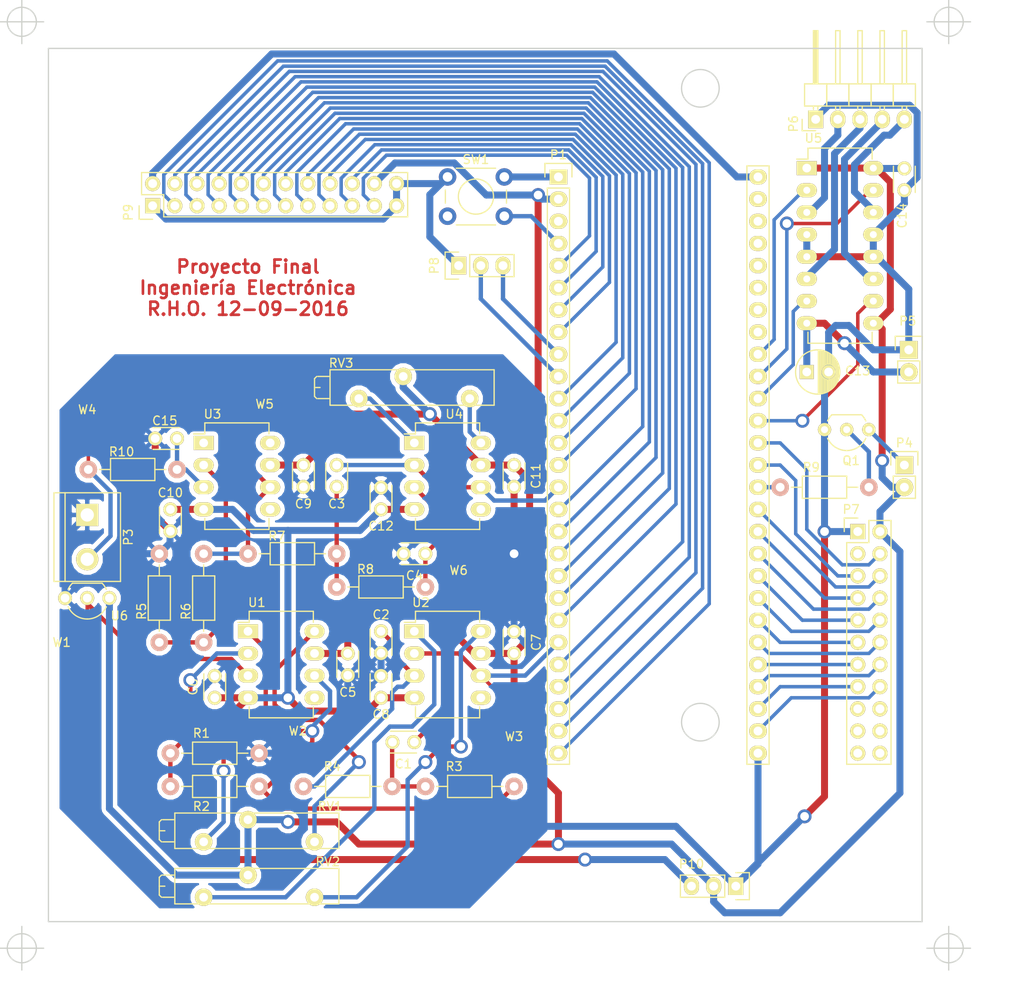
<source format=kicad_pcb>
(kicad_pcb (version 4) (host pcbnew 4.0.2+e4-6225~38~ubuntu15.10.1-stable)
  (title_block (title "Circuito Impreso") (date 2016-09-12) (rev 2) (company "Elián Hanisch - Rodrigo Oliver - Gastón Riera") (comment 1 "Cátedra de Proyecto Final") (comment 2 "Ingeniería Electrónica") (comment 3 "Universidad Nacional de La Plata") (comment 4 "Sistema de control digital para un horno de prótesis dentales"))
  (layers (0 F.Cu signal) (31 B.Cu signal) (35 F.Paste user) (37 F.SilkS user) (39 F.Mask user) (44 Edge.Cuts user))
  (net 0 "")
  (net 1 "Net-(C1-Pad2)")
  (net 2 "Net-(C2-Pad1)")
  (net 3 "Net-(C3-Pad2)")
  (net 4 "Net-(C4-Pad1)")
  (net 5 +5V)
  (net 6 -5V)
  (net 7 +24V)
  (net 8 GND)
  (net 9 "Net-(P1-Pad3)")
  (net 10 "Net-(P1-Pad4)")
  (net 11 "Net-(P1-Pad9)")
  (net 12 "Net-(P1-Pad10)")
  (net 13 "Net-(P1-Pad29)")
  (net 14 "Net-(P1-Pad30)")
  (net 15 "Net-(P1-Pad31)")
  (net 16 "Net-(P1-Pad32)")
  (net 17 "Net-(P1-Pad33)")
  (net 18 "Net-(P1-Pad34)")
  (net 19 "Net-(P1-Pad35)")
  (net 20 /LPC1769/CS)
  (net 21 /LPC1769/PWM)
  (net 22 /LPC1769/A0)
  (net 23 /LPC1769/RD)
  (net 24 "Net-(P3-Pad2)")
  (net 25 "Net-(P4-Pad1)")
  (net 26 "Net-(P7-Pad3)")
  (net 27 "Net-(P7-Pad17)")
  (net 28 "Net-(P7-Pad18)")
  (net 29 "Net-(P7-Pad19)")
  (net 30 "Net-(P7-Pad20)")
  (net 31 "Net-(P7-Pad21)")
  (net 32 "Net-(P7-Pad22)")
  (net 33 "Net-(Q1-Pad2)")
  (net 34 "Net-(R1-Pad1)")
  (net 35 "Net-(R2-Pad1)")
  (net 36 "Net-(R5-Pad1)")
  (net 37 "Net-(R6-Pad1)")
  (net 38 "Net-(RV1-Pad3)")
  (net 39 "Net-(RV1-Pad1)")
  (net 40 "Net-(RV2-Pad3)")
  (net 41 "Net-(RV2-Pad1)")
  (net 42 "Net-(RV3-Pad3)")
  (net 43 "Net-(RV3-Pad1)")
  (net 44 "Net-(U3-Pad5)")
  (net 45 /LPC1769/GPIO7)
  (net 46 /LPC1769/GPIO6)
  (net 47 /LPC1769/GPIO5)
  (net 48 /LPC1769/GPIO4)
  (net 49 /LPC1769/GPIO12)
  (net 50 /LPC1769/GPIO11)
  (net 51 /LPC1769/GPIO9)
  (net 52 /LPC1769/GPIO10)
  (net 53 /LPC1769/GPIO13)
  (net 54 /LPC1769/GPIO0)
  (net 55 /LPC1769/GPIO1)
  (net 56 /LPC1769/S1)
  (net 57 /LPC1769/S2)
  (net 58 /LPC1769/S3)
  (net 59 /LPC1769/S4)
  (net 60 +3V3)
  (net 61 /LPC1769/GPIO2)
  (net 62 /LPC1769/GPIO3)
  (net 63 /LPC1769/GPIO8)
  (net 64 /LPC1769/D0)
  (net 65 /LPC1769/D1)
  (net 66 /LPC1769/D2)
  (net 67 /LPC1769/D3)
  (net 68 /LPC1769/D4)
  (net 69 /LPC1769/D5)
  (net 70 /LPC1769/D6)
  (net 71 /LPC1769/D7)
  (net 72 /LPC1769/WR)
  (net 73 "/Motor paso a paso/OUT1")
  (net 74 "/Motor paso a paso/OUT2")
  (net 75 "/Motor paso a paso/OUT3")
  (net 76 "/Motor paso a paso/OUT4")
  (net 77 /LPC1769/AD_LM35)
  (net 78 GNDD)
  (net 79 /LPC1769/AD_TERMOCUPLA)
  (net 80 "Net-(U1-Pad3)")
  (net 81 "Net-(C15-Pad1)")
  (net 82 /LPC1769/RST)
  (net 83 /LPC1769/GPIO18)
  (net 84 /LPC1769/GPIO17)
  (net 85 /LPC1769/GPIO16)
  (net 86 /LPC1769/GPIO15)
  (net 87 /LPC1769/GPIO14)
  (module Horno:Pin_Header_LPCXpresso_LPC1769 (layer F.Cu) (at 153.035 54.61)
    (fp_text reference P1 (at 0 -2.54) (layer F.SilkS))
    (fp_text value LPC1769)
    (pad 1 thru_hole rect (at 0 0) (size 2.032 1.7272) (drill 1.016) (layers *.Mask B.Cu F.SilkS) (net 78 GNDD))
    (pad 2 thru_hole oval (at 0 2.54) (size 2.032 1.7272) (drill 1.016) (layers *.Mask B.Cu F.SilkS) (net 5 +5V))
    (pad 3 thru_hole oval (at 0 5.08) (size 2.032 1.7272) (drill 1.016) (layers *.Mask B.Cu F.SilkS) (net 9 "Net-(P1-Pad3)"))
    (pad 4 thru_hole oval (at 0 7.62) (size 2.032 1.7272) (drill 1.016) (layers *.Mask B.Cu F.SilkS) (net 10 "Net-(P1-Pad4)"))
    (pad 5 thru_hole oval (at 0 10.16) (size 2.032 1.7272) (drill 1.016) (layers *.Mask B.Cu F.SilkS) (net 83 /LPC1769/GPIO18))
    (pad 6 thru_hole oval (at 0 12.7) (size 2.032 1.7272) (drill 1.016) (layers *.Mask B.Cu F.SilkS) (net 84 /LPC1769/GPIO17))
    (pad 7 thru_hole oval (at 0 15.24) (size 2.032 1.7272) (drill 1.016) (layers *.Mask B.Cu F.SilkS) (net 85 /LPC1769/GPIO16))
    (pad 8 thru_hole oval (at 0 17.78) (size 2.032 1.7272) (drill 1.016) (layers *.Mask B.Cu F.SilkS) (net 86 /LPC1769/GPIO15))
    (pad 9 thru_hole oval (at 0 20.32) (size 2.032 1.7272) (drill 1.016) (layers *.Mask B.Cu F.SilkS) (net 11 "Net-(P1-Pad9)"))
    (pad 10 thru_hole oval (at 0 22.86) (size 2.032 1.7272) (drill 1.016) (layers *.Mask B.Cu F.SilkS) (net 12 "Net-(P1-Pad10)"))
    (pad 11 thru_hole oval (at 0 25.4) (size 2.032 1.7272) (drill 1.016) (layers *.Mask B.Cu F.SilkS) (net 87 /LPC1769/GPIO14))
    (pad 12 thru_hole oval (at 0 27.94) (size 2.032 1.7272) (drill 1.016) (layers *.Mask B.Cu F.SilkS) (net 53 /LPC1769/GPIO13))
    (pad 13 thru_hole oval (at 0 30.48) (size 2.032 1.7272) (drill 1.016) (layers *.Mask B.Cu F.SilkS) (net 49 /LPC1769/GPIO12))
    (pad 14 thru_hole oval (at 0 33.02) (size 2.032 1.7272) (drill 1.016) (layers *.Mask B.Cu F.SilkS) (net 50 /LPC1769/GPIO11))
    (pad 15 thru_hole oval (at 0 35.56) (size 2.032 1.7272) (drill 1.016) (layers *.Mask B.Cu F.SilkS) (net 79 /LPC1769/AD_TERMOCUPLA))
    (pad 16 thru_hole oval (at 0 38.1) (size 2.032 1.7272) (drill 1.016) (layers *.Mask B.Cu F.SilkS) (net 52 /LPC1769/GPIO10))
    (pad 17 thru_hole oval (at 0 40.64) (size 2.032 1.7272) (drill 1.016) (layers *.Mask B.Cu F.SilkS) (net 51 /LPC1769/GPIO9))
    (pad 18 thru_hole oval (at 0 43.18) (size 2.032 1.7272) (drill 1.016) (layers *.Mask B.Cu F.SilkS) (net 63 /LPC1769/GPIO8))
    (pad 19 thru_hole oval (at 0 45.72) (size 2.032 1.7272) (drill 1.016) (layers *.Mask B.Cu F.SilkS) (net 45 /LPC1769/GPIO7))
    (pad 20 thru_hole oval (at 0 48.26) (size 2.032 1.7272) (drill 1.016) (layers *.Mask B.Cu F.SilkS) (net 46 /LPC1769/GPIO6))
    (pad 21 thru_hole oval (at 0 50.8) (size 2.032 1.7272) (drill 1.016) (layers *.Mask B.Cu F.SilkS) (net 47 /LPC1769/GPIO5))
    (pad 22 thru_hole oval (at 0 53.34) (size 2.032 1.7272) (drill 1.016) (layers *.Mask B.Cu F.SilkS) (net 77 /LPC1769/AD_LM35))
    (pad 23 thru_hole oval (at 0 55.88) (size 2.032 1.7272) (drill 1.016) (layers *.Mask B.Cu F.SilkS) (net 48 /LPC1769/GPIO4))
    (pad 24 thru_hole oval (at 0 58.42) (size 2.032 1.7272) (drill 1.016) (layers *.Mask B.Cu F.SilkS) (net 62 /LPC1769/GPIO3))
    (pad 25 thru_hole oval (at 0 60.96) (size 2.032 1.7272) (drill 1.016) (layers *.Mask B.Cu F.SilkS) (net 61 /LPC1769/GPIO2))
    (pad 26 thru_hole oval (at 0 63.5) (size 2.032 1.7272) (drill 1.016) (layers *.Mask B.Cu F.SilkS) (net 55 /LPC1769/GPIO1))
    (pad 27 thru_hole oval (at 0 66.04) (size 2.032 1.7272) (drill 1.016) (layers *.Mask B.Cu F.SilkS) (net 54 /LPC1769/GPIO0))
    (pad 28 thru_hole oval (at 22.86 0) (size 2.032 1.7272) (drill 1.016) (layers *.Mask B.Cu F.SilkS) (net 60 +3V3))
    (pad 29 thru_hole oval (at 22.86 2.54) (size 2.032 1.7272) (drill 1.016) (layers *.Mask B.Cu F.SilkS) (net 13 "Net-(P1-Pad29)"))
    (pad 30 thru_hole oval (at 22.86 5.08) (size 2.032 1.7272) (drill 1.016) (layers *.Mask B.Cu F.SilkS) (net 14 "Net-(P1-Pad30)"))
    (pad 31 thru_hole oval (at 22.86 7.62) (size 2.032 1.7272) (drill 1.016) (layers *.Mask B.Cu F.SilkS) (net 15 "Net-(P1-Pad31)"))
    (pad 32 thru_hole oval (at 22.86 10.16) (size 2.032 1.7272) (drill 1.016) (layers *.Mask B.Cu F.SilkS) (net 16 "Net-(P1-Pad32)"))
    (pad 33 thru_hole oval (at 22.86 12.7) (size 2.032 1.7272) (drill 1.016) (layers *.Mask B.Cu F.SilkS) (net 17 "Net-(P1-Pad33)"))
    (pad 34 thru_hole oval (at 22.86 15.24) (size 2.032 1.7272) (drill 1.016) (layers *.Mask B.Cu F.SilkS) (net 18 "Net-(P1-Pad34)"))
    (pad 35 thru_hole oval (at 22.86 17.78) (size 2.032 1.7272) (drill 1.016) (layers *.Mask B.Cu F.SilkS) (net 19 "Net-(P1-Pad35)"))
    (pad 36 thru_hole oval (at 22.86 20.32) (size 2.032 1.7272) (drill 1.016) (layers *.Mask B.Cu F.SilkS) (net 56 /LPC1769/S1))
    (pad 37 thru_hole oval (at 22.86 22.86) (size 2.032 1.7272) (drill 1.016) (layers *.Mask B.Cu F.SilkS) (net 59 /LPC1769/S4))
    (pad 38 thru_hole oval (at 22.86 25.4) (size 2.032 1.7272) (drill 1.016) (layers *.Mask B.Cu F.SilkS) (net 57 /LPC1769/S2))
    (pad 39 thru_hole oval (at 22.86 27.94) (size 2.032 1.7272) (drill 1.016) (layers *.Mask B.Cu F.SilkS) (net 58 /LPC1769/S3))
    (pad 40 thru_hole oval (at 22.86 30.48) (size 2.032 1.7272) (drill 1.016) (layers *.Mask B.Cu F.SilkS) (net 23 /LPC1769/RD))
    (pad 41 thru_hole oval (at 22.86 33.02) (size 2.032 1.7272) (drill 1.016) (layers *.Mask B.Cu F.SilkS) (net 72 /LPC1769/WR))
    (pad 42 thru_hole oval (at 22.86 35.56) (size 2.032 1.7272) (drill 1.016) (layers *.Mask B.Cu F.SilkS) (net 21 /LPC1769/PWM))
    (pad 43 thru_hole oval (at 22.86 38.1) (size 2.032 1.7272) (drill 1.016) (layers *.Mask B.Cu F.SilkS) (net 22 /LPC1769/A0))
    (pad 44 thru_hole oval (at 22.86 40.64) (size 2.032 1.7272) (drill 1.016) (layers *.Mask B.Cu F.SilkS) (net 64 /LPC1769/D0))
    (pad 45 thru_hole oval (at 22.86 43.18) (size 2.032 1.7272) (drill 1.016) (layers *.Mask B.Cu F.SilkS) (net 65 /LPC1769/D1))
    (pad 46 thru_hole oval (at 22.86 45.72) (size 2.032 1.7272) (drill 1.016) (layers *.Mask B.Cu F.SilkS) (net 66 /LPC1769/D2))
    (pad 47 thru_hole oval (at 22.86 48.26) (size 2.032 1.7272) (drill 1.016) (layers *.Mask B.Cu F.SilkS) (net 67 /LPC1769/D3))
    (pad 48 thru_hole oval (at 22.86 50.8) (size 2.032 1.7272) (drill 1.016) (layers *.Mask B.Cu F.SilkS) (net 68 /LPC1769/D4))
    (pad 49 thru_hole oval (at 22.86 53.34) (size 2.032 1.7272) (drill 1.016) (layers *.Mask B.Cu F.SilkS) (net 69 /LPC1769/D5))
    (pad 50 thru_hole oval (at 22.86 55.88) (size 2.032 1.7272) (drill 1.016) (layers *.Mask B.Cu F.SilkS) (net 70 /LPC1769/D6))
    (pad 51 thru_hole oval (at 22.86 58.42) (size 2.032 1.7272) (drill 1.016) (layers *.Mask B.Cu F.SilkS) (net 71 /LPC1769/D7))
    (pad 52 thru_hole oval (at 22.86 60.96) (size 2.032 1.7272) (drill 1.016) (layers *.Mask B.Cu F.SilkS) (net 20 /LPC1769/CS))
    (pad 53 thru_hole oval (at 22.86 63.5) (size 2.032 1.7272) (drill 1.016) (layers *.Mask B.Cu F.SilkS) (net 82 /LPC1769/RST))
    (pad 54 thru_hole oval (at 22.86 66.04) (size 2.032 1.7272) (drill 1.016) (layers *.Mask B.Cu F.SilkS) (net 8 GND))
  )
  (module Pin_Headers:Pin_Header_Straight_2x12 (layer F.Cu) (at 106.553 57.912 90)
    (fp_text reference P9 (at -0.762 -2.794 90) (layer F.SilkS))
    (fp_text value GPIO)
    (pad 1 thru_hole rect (at 0 0 90) (size 1.7272 1.7272) (drill 1.016) (layers *.Mask B.Cu F.SilkS) (net 78 GNDD))
    (pad 2 thru_hole oval (at 2.54 0 90) (size 1.7272 1.7272) (drill 1.016) (layers *.Mask B.Cu F.SilkS) (net 60 +3V3))
    (pad 3 thru_hole oval (at 0 2.54 90) (size 1.7272 1.7272) (drill 1.016) (layers *.Mask B.Cu F.SilkS) (net 54 /LPC1769/GPIO0))
    (pad 4 thru_hole oval (at 2.54 2.54 90) (size 1.7272 1.7272) (drill 1.016) (layers *.Mask B.Cu F.SilkS) (net 55 /LPC1769/GPIO1))
    (pad 5 thru_hole oval (at 0 5.08 90) (size 1.7272 1.7272) (drill 1.016) (layers *.Mask B.Cu F.SilkS) (net 61 /LPC1769/GPIO2))
    (pad 6 thru_hole oval (at 2.54 5.08 90) (size 1.7272 1.7272) (drill 1.016) (layers *.Mask B.Cu F.SilkS) (net 62 /LPC1769/GPIO3))
    (pad 7 thru_hole oval (at 0 7.62 90) (size 1.7272 1.7272) (drill 1.016) (layers *.Mask B.Cu F.SilkS) (net 48 /LPC1769/GPIO4))
    (pad 8 thru_hole oval (at 2.54 7.62 90) (size 1.7272 1.7272) (drill 1.016) (layers *.Mask B.Cu F.SilkS) (net 47 /LPC1769/GPIO5))
    (pad 9 thru_hole oval (at 0 10.16 90) (size 1.7272 1.7272) (drill 1.016) (layers *.Mask B.Cu F.SilkS) (net 46 /LPC1769/GPIO6))
    (pad 10 thru_hole oval (at 2.54 10.16 90) (size 1.7272 1.7272) (drill 1.016) (layers *.Mask B.Cu F.SilkS) (net 45 /LPC1769/GPIO7))
    (pad 11 thru_hole oval (at 0 12.7 90) (size 1.7272 1.7272) (drill 1.016) (layers *.Mask B.Cu F.SilkS) (net 63 /LPC1769/GPIO8))
    (pad 12 thru_hole oval (at 2.54 12.7 90) (size 1.7272 1.7272) (drill 1.016) (layers *.Mask B.Cu F.SilkS) (net 51 /LPC1769/GPIO9))
    (pad 13 thru_hole oval (at 0 15.24 90) (size 1.7272 1.7272) (drill 1.016) (layers *.Mask B.Cu F.SilkS) (net 52 /LPC1769/GPIO10))
    (pad 14 thru_hole oval (at 2.54 15.24 90) (size 1.7272 1.7272) (drill 1.016) (layers *.Mask B.Cu F.SilkS) (net 50 /LPC1769/GPIO11))
    (pad 15 thru_hole oval (at 0 17.78 90) (size 1.7272 1.7272) (drill 1.016) (layers *.Mask B.Cu F.SilkS) (net 49 /LPC1769/GPIO12))
    (pad 16 thru_hole oval (at 2.54 17.78 90) (size 1.7272 1.7272) (drill 1.016) (layers *.Mask B.Cu F.SilkS) (net 53 /LPC1769/GPIO13))
    (pad 17 thru_hole oval (at 0 20.32 90) (size 1.7272 1.7272) (drill 1.016) (layers *.Mask B.Cu F.SilkS) (net 87 /LPC1769/GPIO14))
    (pad 18 thru_hole oval (at 2.54 20.32 90) (size 1.7272 1.7272) (drill 1.016) (layers *.Mask B.Cu F.SilkS) (net 86 /LPC1769/GPIO15))
    (pad 19 thru_hole oval (at 0 22.86 90) (size 1.7272 1.7272) (drill 1.016) (layers *.Mask B.Cu F.SilkS) (net 85 /LPC1769/GPIO16))
    (pad 20 thru_hole oval (at 2.54 22.86 90) (size 1.7272 1.7272) (drill 1.016) (layers *.Mask B.Cu F.SilkS) (net 84 /LPC1769/GPIO17))
    (pad 21 thru_hole oval (at 0 25.4 90) (size 1.7272 1.7272) (drill 1.016) (layers *.Mask B.Cu F.SilkS) (net 83 /LPC1769/GPIO18))
    (pad 22 thru_hole oval (at 2.54 25.4 90) (size 1.7272 1.7272) (drill 1.016) (layers *.Mask B.Cu F.SilkS) (net 5 +5V))
    (pad 23 thru_hole oval (at 0 27.94 90) (size 1.7272 1.7272) (drill 1.016) (layers *.Mask B.Cu F.SilkS) (net 78 GNDD))
    (pad 24 thru_hole oval (at 2.54 27.94 90) (size 1.7272 1.7272) (drill 1.016) (layers *.Mask B.Cu F.SilkS) (net 78 GNDD))
  )
  (module Capacitors_ThroughHole:C_Disc_D3_P2.5 (layer F.Cu) (at 192.659 53.634 270)
    (fp_text reference C14 (at 5.421 0.254 270) (layer F.SilkS))
    (fp_text value 0,1uF)
    (pad 1 thru_hole circle (at 0 0 270) (size 1.6 1.6) (drill 1) (layers *.Cu *.Mask F.SilkS) (net 5 +5V))
    (pad 2 thru_hole circle (at 2.5 0 270) (size 1.6 1.6) (drill 1) (layers *.Cu *.Mask F.SilkS) (net 8 GND))
  )
  (module Capacitors_ThroughHole:C_Disc_D3_P2.5 (layer F.Cu) (at 136.525 119.38 180)
    (fp_text reference C1 (at 1.25 -2.5 180) (layer F.SilkS))
    (fp_text value 220nF)
    (pad 1 thru_hole circle (at 0 0 180) (size 1.6 1.6) (drill 1) (layers *.Cu *.Mask F.SilkS) (net 77 /LPC1769/AD_LM35))
    (pad 2 thru_hole circle (at 2.5 0 180) (size 1.6 1.6) (drill 1) (layers *.Cu *.Mask F.SilkS) (net 1 "Net-(C1-Pad2)"))
  )
  (module Capacitors_ThroughHole:C_Disc_D3_P2.5 (layer F.Cu) (at 132.715 106.68 270)
    (fp_text reference C2 (at -1.905 0 360) (layer F.SilkS))
    (fp_text value 220nF)
    (pad 1 thru_hole circle (at 0 0 270) (size 1.6 1.6) (drill 1) (layers *.Cu *.Mask F.SilkS) (net 2 "Net-(C2-Pad1)"))
    (pad 2 thru_hole circle (at 2.5 0 270) (size 1.6 1.6) (drill 1) (layers *.Cu *.Mask F.SilkS) (net 8 GND))
  )
  (module Capacitors_ThroughHole:C_Disc_D3_P2.5 (layer F.Cu) (at 127.635 87.63 270)
    (fp_text reference C3 (at 4.445 0 360) (layer F.SilkS))
    (fp_text value 220nF)
    (pad 1 thru_hole circle (at 0 0 270) (size 1.6 1.6) (drill 1) (layers *.Cu *.Mask F.SilkS) (net 79 /LPC1769/AD_TERMOCUPLA))
    (pad 2 thru_hole circle (at 2.5 0 270) (size 1.6 1.6) (drill 1) (layers *.Cu *.Mask F.SilkS) (net 3 "Net-(C3-Pad2)"))
  )
  (module Capacitors_ThroughHole:C_Disc_D3_P2.5 (layer F.Cu) (at 137.795 97.79 180)
    (fp_text reference C4 (at 1.25 -2.5 180) (layer F.SilkS))
    (fp_text value 220nF)
    (pad 1 thru_hole circle (at 0 0 180) (size 1.6 1.6) (drill 1) (layers *.Cu *.Mask F.SilkS) (net 4 "Net-(C4-Pad1)"))
    (pad 2 thru_hole circle (at 2.5 0 180) (size 1.6 1.6) (drill 1) (layers *.Cu *.Mask F.SilkS) (net 8 GND))
  )
  (module Capacitors_ThroughHole:C_Disc_D3_P2.5 (layer F.Cu) (at 128.905 109.22 270)
    (fp_text reference C5 (at 4.445 0 360) (layer F.SilkS))
    (fp_text value 0,1uF)
    (pad 1 thru_hole circle (at 0 0 270) (size 1.6 1.6) (drill 1) (layers *.Cu *.Mask F.SilkS) (net 5 +5V))
    (pad 2 thru_hole circle (at 2.5 0 270) (size 1.6 1.6) (drill 1) (layers *.Cu *.Mask F.SilkS) (net 8 GND))
  )
  (module Capacitors_ThroughHole:C_Disc_D3_P2.5 (layer F.Cu) (at 113.665 114.3 90)
    (fp_text reference C6 (at 1.25 -2.5 90) (layer F.SilkS))
    (fp_text value 0.1uF)
    (pad 1 thru_hole circle (at 0 0 90) (size 1.6 1.6) (drill 1) (layers *.Cu *.Mask F.SilkS) (net 6 -5V))
    (pad 2 thru_hole circle (at 2.5 0 90) (size 1.6 1.6) (drill 1) (layers *.Cu *.Mask F.SilkS) (net 8 GND))
  )
  (module Capacitors_ThroughHole:C_Disc_D3_P2.5 (layer F.Cu) (at 147.955 109.22 90)
    (fp_text reference C7 (at 1.27 2.54 90) (layer F.SilkS))
    (fp_text value 0,1uF)
    (pad 1 thru_hole circle (at 0 0 90) (size 1.6 1.6) (drill 1) (layers *.Cu *.Mask F.SilkS) (net 5 +5V))
    (pad 2 thru_hole circle (at 2.5 0 90) (size 1.6 1.6) (drill 1) (layers *.Cu *.Mask F.SilkS) (net 8 GND))
  )
  (module Capacitors_ThroughHole:C_Disc_D3_P2.5 (layer F.Cu) (at 132.715 114.3 90)
    (fp_text reference C8 (at -1.905 0 180) (layer F.SilkS))
    (fp_text value 0.1uF)
    (pad 1 thru_hole circle (at 0 0 90) (size 1.6 1.6) (drill 1) (layers *.Cu *.Mask F.SilkS) (net 6 -5V))
    (pad 2 thru_hole circle (at 2.5 0 90) (size 1.6 1.6) (drill 1) (layers *.Cu *.Mask F.SilkS) (net 8 GND))
  )
  (module Capacitors_ThroughHole:C_Disc_D3_P2.5 (layer F.Cu) (at 123.825 87.63 270)
    (fp_text reference C9 (at 4.445 0 360) (layer F.SilkS))
    (fp_text value 0,1uF)
    (pad 1 thru_hole circle (at 0 0 270) (size 1.6 1.6) (drill 1) (layers *.Cu *.Mask F.SilkS) (net 5 +5V))
    (pad 2 thru_hole circle (at 2.5 0 270) (size 1.6 1.6) (drill 1) (layers *.Cu *.Mask F.SilkS) (net 8 GND))
  )
  (module Capacitors_ThroughHole:C_Disc_D3_P2.5 (layer F.Cu) (at 108.585 92.71 270)
    (fp_text reference C10 (at -1.905 0 360) (layer F.SilkS))
    (fp_text value 0.1uF)
    (pad 1 thru_hole circle (at 0 0 270) (size 1.6 1.6) (drill 1) (layers *.Cu *.Mask F.SilkS) (net 6 -5V))
    (pad 2 thru_hole circle (at 2.5 0 270) (size 1.6 1.6) (drill 1) (layers *.Cu *.Mask F.SilkS) (net 8 GND))
  )
  (module Capacitors_ThroughHole:C_Disc_D3_P2.5 (layer F.Cu) (at 147.955 87.63 270)
    (fp_text reference C11 (at 1.25 -2.5 270) (layer F.SilkS))
    (fp_text value 0,1uF)
    (pad 1 thru_hole circle (at 0 0 270) (size 1.6 1.6) (drill 1) (layers *.Cu *.Mask F.SilkS) (net 5 +5V))
    (pad 2 thru_hole circle (at 2.5 0 270) (size 1.6 1.6) (drill 1) (layers *.Cu *.Mask F.SilkS) (net 8 GND))
  )
  (module Capacitors_ThroughHole:C_Disc_D3_P2.5 (layer F.Cu) (at 132.715 92.71 90)
    (fp_text reference C12 (at -1.905 0 180) (layer F.SilkS))
    (fp_text value 0.1uF)
    (pad 1 thru_hole circle (at 0 0 90) (size 1.6 1.6) (drill 1) (layers *.Cu *.Mask F.SilkS) (net 6 -5V))
    (pad 2 thru_hole circle (at 2.5 0 90) (size 1.6 1.6) (drill 1) (layers *.Cu *.Mask F.SilkS) (net 8 GND))
  )
  (module Capacitors_ThroughHole:C_Radial_D5_L6_P2.5 (layer F.Cu) (at 181.483 76.962)
    (fp_text reference C13 (at 5.842 -0.127) (layer F.SilkS))
    (fp_text value 1uF)
    (pad 1 thru_hole rect (at 0 0) (size 1.6 1.6) (drill 1) (layers *.Mask B.Cu F.SilkS) (net 7 +24V))
    (pad 2 thru_hole circle (at 2.5 0) (size 1.6 1.6) (drill 1) (layers *.Mask B.Cu F.SilkS) (net 8 GND))
  )
  (module Pin_Headers:Pin_Header_Straight_1x02 (layer F.Cu) (at 192.659 87.63)
    (fp_text reference P4 (at 0 -2.54) (layer F.SilkS))
    (fp_text value TRIAC)
    (pad 1 thru_hole rect (at 0 0) (size 2.032 2.032) (drill 1.016) (layers *.Mask B.Cu F.SilkS) (net 25 "Net-(P4-Pad1)"))
    (pad 2 thru_hole oval (at 0 2.54) (size 2.032 2.032) (drill 1.016) (layers *.Mask B.Cu F.SilkS) (net 5 +5V))
  )
  (module Pin_Headers:Pin_Header_Straight_1x02 (layer F.Cu) (at 193.167 74.422)
    (fp_text reference P5 (at -0.127 -3.302) (layer F.SilkS))
    (fp_text value 24V)
    (pad 1 thru_hole rect (at 0 0) (size 2.032 2.032) (drill 1.016) (layers *.Mask B.Cu F.SilkS) (net 8 GND))
    (pad 2 thru_hole oval (at 0 2.54) (size 2.032 2.032) (drill 1.016) (layers *.Mask B.Cu F.SilkS) (net 7 +24V))
  )
  (module Pin_Headers:Pin_Header_Angled_1x05 (layer F.Cu) (at 182.499 48.006 90)
    (fp_text reference P6 (at -0.508 -2.54 90) (layer F.SilkS))
    (fp_text value Motor)
    (pad 1 thru_hole rect (at 0 0 90) (size 2.032 1.7272) (drill 1.016) (layers *.Mask B.Cu F.SilkS) (net 8 GND))
    (pad 2 thru_hole oval (at 0 2.54 90) (size 2.032 1.7272) (drill 1.016) (layers *.Mask B.Cu F.SilkS) (net 73 "/Motor paso a paso/OUT1"))
    (pad 3 thru_hole oval (at 0 5.08 90) (size 2.032 1.7272) (drill 1.016) (layers *.Mask B.Cu F.SilkS) (net 74 "/Motor paso a paso/OUT2"))
    (pad 4 thru_hole oval (at 0 7.62 90) (size 2.032 1.7272) (drill 1.016) (layers *.Mask B.Cu F.SilkS) (net 75 "/Motor paso a paso/OUT3"))
    (pad 5 thru_hole oval (at 0 10.16 90) (size 2.032 1.7272) (drill 1.016) (layers *.Mask B.Cu F.SilkS) (net 76 "/Motor paso a paso/OUT4"))
  )
  (module Pin_Headers:Pin_Header_Straight_2x11 (layer F.Cu) (at 187.325 95.25)
    (fp_text reference P7 (at -0.762 -2.54) (layer F.SilkS))
    (fp_text value Pantalla)
    (pad 1 thru_hole rect (at 0 0) (size 1.7272 1.7272) (drill 1.016) (layers *.Mask B.Cu F.SilkS) (net 8 GND))
    (pad 2 thru_hole oval (at 2.54 0) (size 1.7272 1.7272) (drill 1.016) (layers *.Mask B.Cu F.SilkS) (net 5 +5V))
    (pad 3 thru_hole oval (at 0 2.54) (size 1.7272 1.7272) (drill 1.016) (layers *.Mask B.Cu F.SilkS) (net 26 "Net-(P7-Pad3)"))
    (pad 4 thru_hole oval (at 2.54 2.54) (size 1.7272 1.7272) (drill 1.016) (layers *.Mask B.Cu F.SilkS) (net 23 /LPC1769/RD))
    (pad 5 thru_hole oval (at 0 5.08) (size 1.7272 1.7272) (drill 1.016) (layers *.Mask B.Cu F.SilkS) (net 72 /LPC1769/WR))
    (pad 6 thru_hole oval (at 2.54 5.08) (size 1.7272 1.7272) (drill 1.016) (layers *.Mask B.Cu F.SilkS) (net 22 /LPC1769/A0))
    (pad 7 thru_hole oval (at 0 7.62) (size 1.7272 1.7272) (drill 1.016) (layers *.Mask B.Cu F.SilkS) (net 64 /LPC1769/D0))
    (pad 8 thru_hole oval (at 2.54 7.62) (size 1.7272 1.7272) (drill 1.016) (layers *.Mask B.Cu F.SilkS) (net 65 /LPC1769/D1))
    (pad 9 thru_hole oval (at 0 10.16) (size 1.7272 1.7272) (drill 1.016) (layers *.Mask B.Cu F.SilkS) (net 66 /LPC1769/D2))
    (pad 10 thru_hole oval (at 2.54 10.16) (size 1.7272 1.7272) (drill 1.016) (layers *.Mask B.Cu F.SilkS) (net 67 /LPC1769/D3))
    (pad 11 thru_hole oval (at 0 12.7) (size 1.7272 1.7272) (drill 1.016) (layers *.Mask B.Cu F.SilkS) (net 68 /LPC1769/D4))
    (pad 12 thru_hole oval (at 2.54 12.7) (size 1.7272 1.7272) (drill 1.016) (layers *.Mask B.Cu F.SilkS) (net 69 /LPC1769/D5))
    (pad 13 thru_hole oval (at 0 15.24) (size 1.7272 1.7272) (drill 1.016) (layers *.Mask B.Cu F.SilkS) (net 70 /LPC1769/D6))
    (pad 14 thru_hole oval (at 2.54 15.24) (size 1.7272 1.7272) (drill 1.016) (layers *.Mask B.Cu F.SilkS) (net 71 /LPC1769/D7))
    (pad 15 thru_hole oval (at 0 17.78) (size 1.7272 1.7272) (drill 1.016) (layers *.Mask B.Cu F.SilkS) (net 20 /LPC1769/CS))
    (pad 16 thru_hole oval (at 2.54 17.78) (size 1.7272 1.7272) (drill 1.016) (layers *.Mask B.Cu F.SilkS) (net 82 /LPC1769/RST))
    (pad 17 thru_hole oval (at 0 20.32) (size 1.7272 1.7272) (drill 1.016) (layers *.Mask B.Cu F.SilkS) (net 27 "Net-(P7-Pad17)"))
    (pad 18 thru_hole oval (at 2.54 20.32) (size 1.7272 1.7272) (drill 1.016) (layers *.Mask B.Cu F.SilkS) (net 28 "Net-(P7-Pad18)"))
    (pad 19 thru_hole oval (at 0 22.86) (size 1.7272 1.7272) (drill 1.016) (layers *.Mask B.Cu F.SilkS) (net 29 "Net-(P7-Pad19)"))
    (pad 20 thru_hole oval (at 2.54 22.86) (size 1.7272 1.7272) (drill 1.016) (layers *.Mask B.Cu F.SilkS) (net 30 "Net-(P7-Pad20)"))
    (pad 21 thru_hole oval (at 0 25.4) (size 1.7272 1.7272) (drill 1.016) (layers *.Mask B.Cu F.SilkS) (net 31 "Net-(P7-Pad21)"))
    (pad 22 thru_hole oval (at 2.54 25.4) (size 1.7272 1.7272) (drill 1.016) (layers *.Mask B.Cu F.SilkS) (net 32 "Net-(P7-Pad22)"))
  )
  (module Resistors_ThroughHole:Resistor_Horizontal_RM10mm (layer F.Cu) (at 108.585 120.65)
    (fp_text reference R1 (at 3.556 -2.286) (layer F.SilkS))
    (fp_text value 10k)
    (pad 1 thru_hole circle (at 0 0) (size 2 2) (drill 1) (layers *.Cu *.SilkS *.Mask) (net 34 "Net-(R1-Pad1)"))
    (pad 2 thru_hole circle (at 10.16 0) (size 2 2) (drill 1) (layers *.Cu *.SilkS *.Mask) (net 8 GND))
  )
  (module Resistors_ThroughHole:Resistor_Horizontal_RM10mm (layer F.Cu) (at 118.745 124.46 180)
    (fp_text reference R2 (at 6.604 -2.286 180) (layer F.SilkS))
    (fp_text value 56k)
    (pad 1 thru_hole circle (at 0 0 180) (size 2 2) (drill 1) (layers *.Cu *.SilkS *.Mask) (net 35 "Net-(R2-Pad1)"))
    (pad 2 thru_hole circle (at 10.16 0 180) (size 2 2) (drill 1) (layers *.Cu *.SilkS *.Mask) (net 34 "Net-(R1-Pad1)"))
  )
  (module Resistors_ThroughHole:Resistor_Horizontal_RM10mm (layer F.Cu) (at 137.795 124.46)
    (fp_text reference R3 (at 3.302 -2.286) (layer F.SilkS))
    (fp_text value 56k)
    (pad 1 thru_hole circle (at 0 0) (size 2 2) (drill 1) (layers *.Cu *.SilkS *.Mask) (net 1 "Net-(C1-Pad2)"))
    (pad 2 thru_hole circle (at 10.16 0) (size 2 2) (drill 1) (layers *.Cu *.SilkS *.Mask) (net 35 "Net-(R2-Pad1)"))
  )
  (module Resistors_ThroughHole:Resistor_Horizontal_RM10mm (layer F.Cu) (at 123.825 124.46)
    (fp_text reference R4 (at 3.302 -2.286) (layer F.SilkS))
    (fp_text value 330k)
    (pad 1 thru_hole circle (at 0 0) (size 2 2) (drill 1) (layers *.Cu *.SilkS *.Mask) (net 2 "Net-(C2-Pad1)"))
    (pad 2 thru_hole circle (at 10.16 0) (size 2 2) (drill 1) (layers *.Cu *.SilkS *.Mask) (net 1 "Net-(C1-Pad2)"))
  )
  (module Resistors_ThroughHole:Resistor_Horizontal_RM10mm (layer F.Cu) (at 107.315 107.95 90)
    (fp_text reference R5 (at 3.556 -2.032 90) (layer F.SilkS))
    (fp_text value 1,5k)
    (pad 1 thru_hole circle (at 0 0 90) (size 2 2) (drill 1) (layers *.Cu *.SilkS *.Mask) (net 36 "Net-(R5-Pad1)"))
    (pad 2 thru_hole circle (at 10.16 0 90) (size 2 2) (drill 1) (layers *.Cu *.SilkS *.Mask) (net 8 GND))
  )
  (module Resistors_ThroughHole:Resistor_Horizontal_RM10mm (layer F.Cu) (at 112.395 97.79 270)
    (fp_text reference R6 (at 6.604 2.032 270) (layer F.SilkS))
    (fp_text value 120k)
    (pad 1 thru_hole circle (at 0 0 270) (size 2 2) (drill 1) (layers *.Cu *.SilkS *.Mask) (net 37 "Net-(R6-Pad1)"))
    (pad 2 thru_hole circle (at 10.16 0 270) (size 2 2) (drill 1) (layers *.Cu *.SilkS *.Mask) (net 36 "Net-(R5-Pad1)"))
  )
  (module Resistors_ThroughHole:Resistor_Horizontal_RM10mm (layer F.Cu) (at 127.635 97.79 180)
    (fp_text reference R7 (at 6.858 2.032 180) (layer F.SilkS))
    (fp_text value 56k)
    (pad 1 thru_hole circle (at 0 0 180) (size 2 2) (drill 1) (layers *.Cu *.SilkS *.Mask) (net 3 "Net-(C3-Pad2)"))
    (pad 2 thru_hole circle (at 10.16 0 180) (size 2 2) (drill 1) (layers *.Cu *.SilkS *.Mask) (net 37 "Net-(R6-Pad1)"))
  )
  (module Resistors_ThroughHole:Resistor_Horizontal_RM10mm (layer F.Cu) (at 137.795 101.6 180)
    (fp_text reference R8 (at 6.858 2.032 180) (layer F.SilkS))
    (fp_text value 330k)
    (pad 1 thru_hole circle (at 0 0 180) (size 2 2) (drill 1) (layers *.Cu *.SilkS *.Mask) (net 4 "Net-(C4-Pad1)"))
    (pad 2 thru_hole circle (at 10.16 0 180) (size 2 2) (drill 1) (layers *.Cu *.SilkS *.Mask) (net 3 "Net-(C3-Pad2)"))
  )
  (module Resistors_ThroughHole:Resistor_Horizontal_RM10mm (layer F.Cu) (at 188.595 90.17 180)
    (fp_text reference R9 (at 6.604 2.286 180) (layer F.SilkS))
    (fp_text value R hide)
    (pad 1 thru_hole circle (at 0 0 180) (size 2 2) (drill 1) (layers *.Cu *.SilkS *.Mask) (net 33 "Net-(Q1-Pad2)"))
    (pad 2 thru_hole circle (at 10.16 0 180) (size 2 2) (drill 1) (layers *.Cu *.SilkS *.Mask) (net 21 /LPC1769/PWM))
  )
  (module Potentiometers:Potentiometer_Bourns_3005_Angular_ScrewFront (layer F.Cu) (at 125.095 130.81)
    (fp_text reference RV1 (at 1.778 -4.064) (layer F.SilkS))
    (fp_text value POT hide)
    (pad 3 thru_hole circle (at -12.7 0) (size 2 2) (drill 1) (layers *.Mask B.Cu F.SilkS) (net 38 "Net-(RV1-Pad3)"))
    (pad 2 thru_hole circle (at -7.62 -2.54) (size 2 2) (drill 1) (layers *.Mask B.Cu F.SilkS) (net 5 +5V))
    (pad 1 thru_hole circle (at 0 0) (size 2 2) (drill 1) (layers *.Mask B.Cu F.SilkS) (net 39 "Net-(RV1-Pad1)"))
  )
  (module Potentiometers:Potentiometer_Bourns_3005_Angular_ScrewFront (layer F.Cu) (at 125.095 137.16)
    (fp_text reference RV2 (at 1.524 -4.064) (layer F.SilkS))
    (fp_text value POT hide)
    (pad 3 thru_hole circle (at -12.7 0) (size 2 2) (drill 1) (layers *.Mask B.Cu F.SilkS) (net 40 "Net-(RV2-Pad3)"))
    (pad 2 thru_hole circle (at -7.62 -2.54) (size 2 2) (drill 1) (layers *.Mask B.Cu F.SilkS) (net 5 +5V))
    (pad 1 thru_hole circle (at 0 0) (size 2 2) (drill 1) (layers *.Mask B.Cu F.SilkS) (net 41 "Net-(RV2-Pad1)"))
  )
  (module Potentiometers:Potentiometer_Bourns_3005_Angular_ScrewFront (layer F.Cu) (at 142.875 80.01)
    (fp_text reference RV3 (at -14.732 -4.064) (layer F.SilkS))
    (fp_text value POT)
    (pad 3 thru_hole circle (at -12.7 0) (size 2 2) (drill 1) (layers *.Mask B.Cu F.SilkS) (net 42 "Net-(RV3-Pad3)"))
    (pad 2 thru_hole circle (at -7.62 -2.54) (size 2 2) (drill 1) (layers *.Mask B.Cu F.SilkS) (net 5 +5V))
    (pad 1 thru_hole circle (at 0 0) (size 2 2) (drill 1) (layers *.Mask B.Cu F.SilkS) (net 43 "Net-(RV3-Pad1)"))
  )
  (module Housings_DIP:DIP-8_W7.62mm_LongPads (layer F.Cu) (at 117.475 106.68)
    (fp_text reference U1 (at 1.016 -3.302) (layer F.SilkS))
    (fp_text value OP07)
    (pad 1 thru_hole rect (at 0 0) (size 2.3 1.6) (drill 1) (layers *.Cu *.Mask F.SilkS) (net 38 "Net-(RV1-Pad3)"))
    (pad 2 thru_hole oval (at 0 2.54) (size 2.3 1.6) (drill 1) (layers *.Cu *.Mask F.SilkS) (net 34 "Net-(R1-Pad1)"))
    (pad 3 thru_hole oval (at 0 5.08) (size 2.3 1.6) (drill 1) (layers *.Cu *.Mask F.SilkS) (net 80 "Net-(U1-Pad3)"))
    (pad 4 thru_hole oval (at 0 7.62) (size 2.3 1.6) (drill 1) (layers *.Cu *.Mask F.SilkS) (net 6 -5V))
    (pad 5 thru_hole oval (at 7.62 7.62) (size 2.3 1.6) (drill 1) (layers *.Cu *.Mask F.SilkS))
    (pad 6 thru_hole oval (at 7.62 5.08) (size 2.3 1.6) (drill 1) (layers *.Cu *.Mask F.SilkS) (net 35 "Net-(R2-Pad1)"))
    (pad 7 thru_hole oval (at 7.62 2.54) (size 2.3 1.6) (drill 1) (layers *.Cu *.Mask F.SilkS) (net 5 +5V))
    (pad 8 thru_hole oval (at 7.62 0) (size 2.3 1.6) (drill 1) (layers *.Cu *.Mask F.SilkS) (net 39 "Net-(RV1-Pad1)"))
  )
  (module Housings_DIP:DIP-8_W7.62mm_LongPads (layer F.Cu) (at 136.525 106.68)
    (fp_text reference U2 (at 0.762 -3.302) (layer F.SilkS))
    (fp_text value OP07)
    (pad 1 thru_hole rect (at 0 0) (size 2.3 1.6) (drill 1) (layers *.Cu *.Mask F.SilkS) (net 40 "Net-(RV2-Pad3)"))
    (pad 2 thru_hole oval (at 0 2.54) (size 2.3 1.6) (drill 1) (layers *.Cu *.Mask F.SilkS) (net 77 /LPC1769/AD_LM35))
    (pad 3 thru_hole oval (at 0 5.08) (size 2.3 1.6) (drill 1) (layers *.Cu *.Mask F.SilkS) (net 2 "Net-(C2-Pad1)"))
    (pad 4 thru_hole oval (at 0 7.62) (size 2.3 1.6) (drill 1) (layers *.Cu *.Mask F.SilkS) (net 6 -5V))
    (pad 5 thru_hole oval (at 7.62 7.62) (size 2.3 1.6) (drill 1) (layers *.Cu *.Mask F.SilkS))
    (pad 6 thru_hole oval (at 7.62 5.08) (size 2.3 1.6) (drill 1) (layers *.Cu *.Mask F.SilkS) (net 77 /LPC1769/AD_LM35))
    (pad 7 thru_hole oval (at 7.62 2.54) (size 2.3 1.6) (drill 1) (layers *.Cu *.Mask F.SilkS) (net 5 +5V))
    (pad 8 thru_hole oval (at 7.62 0) (size 2.3 1.6) (drill 1) (layers *.Cu *.Mask F.SilkS) (net 41 "Net-(RV2-Pad1)"))
  )
  (module Housings_DIP:DIP-8_W7.62mm_LongPads (layer F.Cu) (at 112.395 85.09)
    (fp_text reference U3 (at 1.016 -3.302) (layer F.SilkS))
    (fp_text value LTC1050)
    (pad 1 thru_hole rect (at 0 0) (size 2.3 1.6) (drill 1) (layers *.Cu *.Mask F.SilkS))
    (pad 2 thru_hole oval (at 0 2.54) (size 2.3 1.6) (drill 1) (layers *.Cu *.Mask F.SilkS) (net 36 "Net-(R5-Pad1)"))
    (pad 3 thru_hole oval (at 0 5.08) (size 2.3 1.6) (drill 1) (layers *.Cu *.Mask F.SilkS) (net 81 "Net-(C15-Pad1)"))
    (pad 4 thru_hole oval (at 0 7.62) (size 2.3 1.6) (drill 1) (layers *.Cu *.Mask F.SilkS) (net 6 -5V))
    (pad 5 thru_hole oval (at 7.62 7.62) (size 2.3 1.6) (drill 1) (layers *.Cu *.Mask F.SilkS) (net 44 "Net-(U3-Pad5)"))
    (pad 6 thru_hole oval (at 7.62 5.08) (size 2.3 1.6) (drill 1) (layers *.Cu *.Mask F.SilkS) (net 37 "Net-(R6-Pad1)"))
    (pad 7 thru_hole oval (at 7.62 2.54) (size 2.3 1.6) (drill 1) (layers *.Cu *.Mask F.SilkS) (net 5 +5V))
    (pad 8 thru_hole oval (at 7.62 0) (size 2.3 1.6) (drill 1) (layers *.Cu *.Mask F.SilkS))
  )
  (module Housings_DIP:DIP-8_W7.62mm_LongPads (layer F.Cu) (at 136.525 85.09)
    (fp_text reference U4 (at 4.572 -3.302) (layer F.SilkS))
    (fp_text value OP07)
    (pad 1 thru_hole rect (at 0 0) (size 2.3 1.6) (drill 1) (layers *.Cu *.Mask F.SilkS) (net 42 "Net-(RV3-Pad3)"))
    (pad 2 thru_hole oval (at 0 2.54) (size 2.3 1.6) (drill 1) (layers *.Cu *.Mask F.SilkS) (net 79 /LPC1769/AD_TERMOCUPLA))
    (pad 3 thru_hole oval (at 0 5.08) (size 2.3 1.6) (drill 1) (layers *.Cu *.Mask F.SilkS) (net 4 "Net-(C4-Pad1)"))
    (pad 4 thru_hole oval (at 0 7.62) (size 2.3 1.6) (drill 1) (layers *.Cu *.Mask F.SilkS) (net 6 -5V))
    (pad 5 thru_hole oval (at 7.62 7.62) (size 2.3 1.6) (drill 1) (layers *.Cu *.Mask F.SilkS))
    (pad 6 thru_hole oval (at 7.62 5.08) (size 2.3 1.6) (drill 1) (layers *.Cu *.Mask F.SilkS) (net 79 /LPC1769/AD_TERMOCUPLA))
    (pad 7 thru_hole oval (at 7.62 2.54) (size 2.3 1.6) (drill 1) (layers *.Cu *.Mask F.SilkS) (net 5 +5V))
    (pad 8 thru_hole oval (at 7.62 0) (size 2.3 1.6) (drill 1) (layers *.Cu *.Mask F.SilkS) (net 43 "Net-(RV3-Pad1)"))
  )
  (module Housings_DIP:DIP-16_W7.62mm_LongPads (layer F.Cu) (at 181.483 53.594)
    (fp_text reference U5 (at 0.762 -3.429) (layer F.SilkS))
    (fp_text value L293D)
    (pad 1 thru_hole rect (at 0 0) (size 2.3 1.6) (drill 1) (layers *.Cu *.Mask F.SilkS) (net 5 +5V))
    (pad 2 thru_hole oval (at 0 2.54) (size 2.3 1.6) (drill 0.8) (layers *.Cu *.Mask F.SilkS) (net 56 /LPC1769/S1))
    (pad 3 thru_hole oval (at 0 5.08) (size 2.3 1.6) (drill 0.8) (layers *.Cu *.Mask F.SilkS) (net 73 "/Motor paso a paso/OUT1"))
    (pad 4 thru_hole oval (at 0 7.62) (size 2.3 1.6) (drill 0.8) (layers *.Cu *.Mask F.SilkS) (net 8 GND))
    (pad 5 thru_hole oval (at 0 10.16) (size 2.3 1.6) (drill 0.8) (layers *.Cu *.Mask F.SilkS) (net 8 GND))
    (pad 6 thru_hole oval (at 0 12.7) (size 2.3 1.6) (drill 0.8) (layers *.Cu *.Mask F.SilkS) (net 74 "/Motor paso a paso/OUT2"))
    (pad 7 thru_hole oval (at 0 15.24) (size 2.3 1.6) (drill 0.8) (layers *.Cu *.Mask F.SilkS) (net 57 /LPC1769/S2))
    (pad 8 thru_hole oval (at 0 17.78) (size 2.3 1.6) (drill 0.8) (layers *.Cu *.Mask F.SilkS) (net 7 +24V))
    (pad 9 thru_hole oval (at 7.62 17.78) (size 2.3 1.6) (drill 0.8) (layers *.Cu *.Mask F.SilkS) (net 5 +5V))
    (pad 10 thru_hole oval (at 7.62 15.24) (size 2.3 1.6) (drill 0.8) (layers *.Cu *.Mask F.SilkS) (net 58 /LPC1769/S3))
    (pad 11 thru_hole oval (at 7.62 12.7) (size 2.3 1.6) (drill 0.8) (layers *.Cu *.Mask F.SilkS) (net 75 "/Motor paso a paso/OUT3"))
    (pad 12 thru_hole oval (at 7.62 10.16) (size 2.3 1.6) (drill 0.8) (layers *.Cu *.Mask F.SilkS) (net 8 GND))
    (pad 13 thru_hole oval (at 7.62 7.62) (size 2.3 1.6) (drill 0.8) (layers *.Cu *.Mask F.SilkS) (net 8 GND))
    (pad 14 thru_hole oval (at 7.62 5.08) (size 2.3 1.6) (drill 0.8) (layers *.Cu *.Mask F.SilkS) (net 76 "/Motor paso a paso/OUT4"))
    (pad 15 thru_hole oval (at 7.62 2.54) (size 2.3 1.6) (drill 0.8) (layers *.Cu *.Mask F.SilkS) (net 59 /LPC1769/S4))
    (pad 16 thru_hole oval (at 7.62 0) (size 2.3 1.6) (drill 0.8) (layers *.Cu *.Mask F.SilkS) (net 5 +5V))
  )
  (module Pin_Headers:Pin_Header_Straight_1x03 (layer F.Cu) (at 141.605 64.77 90)
    (fp_text reference P8 (at 0 -2.794 90) (layer F.SilkS))
    (fp_text value UART)
    (pad 1 thru_hole rect (at 0 0 90) (size 2.032 1.7272) (drill 1.016) (layers *.Mask B.Cu F.SilkS) (net 78 GNDD))
    (pad 2 thru_hole oval (at 0 2.54 90) (size 2.032 1.7272) (drill 1.016) (layers *.Mask B.Cu F.SilkS) (net 12 "Net-(P1-Pad10)"))
    (pad 3 thru_hole oval (at 0 5.08 90) (size 2.032 1.7272) (drill 1.016) (layers *.Mask B.Cu F.SilkS) (net 11 "Net-(P1-Pad9)"))
  )
  (module Pin_Headers:Pin_Header_Straight_1x03 (layer F.Cu) (at 173.355 135.89 270)
    (fp_text reference P10 (at -2.54 5.08 360) (layer F.SilkS))
    (fp_text value Alimentación)
    (pad 1 thru_hole rect (at 0 0 270) (size 2.032 1.7272) (drill 1.016) (layers *.Mask B.Cu F.SilkS) (net 8 GND))
    (pad 2 thru_hole oval (at 0 2.54 270) (size 2.032 1.7272) (drill 1.016) (layers *.Mask B.Cu F.SilkS) (net 5 +5V))
    (pad 3 thru_hole oval (at 0 5.08 270) (size 2.032 1.7272) (drill 1.016) (layers *.Mask B.Cu F.SilkS) (net 6 -5V))
  )
  (module Buttons_Switches_ThroughHole:SW_PUSH_6mm (layer F.Cu) (at 140.335 54.61)
    (fp_text reference SW1 (at 3.25 -2) (layer F.SilkS))
    (fp_text value RST)
    (pad 2 thru_hole circle (at 0 4.5 90) (size 2 2) (drill 1.1) (layers *.Cu *.Mask) (net 10 "Net-(P1-Pad4)"))
    (pad 1 thru_hole circle (at 0 0 90) (size 2 2) (drill 1.1) (layers *.Cu *.Mask) (net 78 GNDD))
    (pad 2 thru_hole circle (at 6.5 4.5 90) (size 2 2) (drill 1.1) (layers *.Cu *.Mask) (net 10 "Net-(P1-Pad4)"))
    (pad 1 thru_hole circle (at 6.5 0 90) (size 2 2) (drill 1.1) (layers *.Cu *.Mask) (net 78 GNDD))
  )
  (module Capacitors_ThroughHole:C_Disc_D3_P2.5 (layer F.Cu) (at 109.347 84.582 180)
    (fp_text reference C15 (at 1.397 2.032 180) (layer F.SilkS))
    (fp_text value C)
    (pad 1 thru_hole circle (at 0 0 180) (size 1.6 1.6) (drill 1) (layers *.Cu *.Mask F.SilkS) (net 81 "Net-(C15-Pad1)"))
    (pad 2 thru_hole circle (at 2.5 0 180) (size 1.6 1.6) (drill 1) (layers *.Cu *.Mask F.SilkS) (net 8 GND))
  )
  (module Resistors_ThroughHole:Resistor_Horizontal_RM10mm (layer F.Cu) (at 109.347 88.138 180)
    (fp_text reference R10 (at 6.35 2.032 180) (layer F.SilkS))
    (fp_text value R)
    (pad 1 thru_hole circle (at 0 0 180) (size 2 2) (drill 1) (layers *.Cu *.SilkS *.Mask) (net 81 "Net-(C15-Pad1)"))
    (pad 2 thru_hole circle (at 10.16 0 180) (size 2 2) (drill 1) (layers *.Cu *.SilkS *.Mask) (net 24 "Net-(P3-Pad2)"))
  )
  (module TO_SOT_Packages_THT:TO-92_Inline_Wide (layer F.Cu) (at 101.6 102.87 180)
    (fp_text reference U6 (at -1.143 -2.032 360) (layer F.SilkS))
    (fp_text value LM35)
    (pad 2 thru_hole circle (at 2.54 0 270) (size 1.6 1.6) (drill 1) (layers *.Cu *.Mask F.SilkS) (net 80 "Net-(U1-Pad3)"))
    (pad 3 thru_hole circle (at 5.08 0 270) (size 1.6 1.6) (drill 1) (layers *.Cu *.Mask F.SilkS) (net 8 GND))
    (pad 1 thru_hole circle (at 0 0 270) (size 1.6 1.6) (drill 1) (layers *.Cu *.Mask F.SilkS) (net 5 +5V))
  )
  (module Connect:bornier2 (layer F.Cu) (at 99.06 95.885 270)
    (fp_text reference P3 (at 0 -4.699 270) (layer F.SilkS))
    (fp_text value Termocupla)
    (pad 1 thru_hole rect (at -2.54 0 270) (size 2.54 2.54) (drill 1.524) (layers *.Mask B.Cu F.SilkS) (net 8 GND))
    (pad 2 thru_hole circle (at 2.54 0 270) (size 2.54 2.54) (drill 1.524) (layers *.Mask B.Cu F.SilkS) (net 24 "Net-(P3-Pad2)"))
  )
  (module TO_SOT_Packages_THT:TO-92_Inline_Wide (layer F.Cu) (at 188.595 83.566 180)
    (fp_text reference Q1 (at 2.032 -3.556 360) (layer F.SilkS))
    (fp_text value BC547)
    (pad 2 thru_hole circle (at 2.54 0 270) (size 1.524 1.524) (drill 0.8) (layers *.Cu *.Mask F.SilkS) (net 33 "Net-(Q1-Pad2)"))
    (pad 3 thru_hole circle (at 5.08 0 270) (size 1.524 1.524) (drill 0.8) (layers *.Cu *.Mask F.SilkS) (net 8 GND))
    (pad 1 thru_hole circle (at 0 0 270) (size 1.524 1.524) (drill 0.8) (layers *.Cu *.Mask F.SilkS) (net 25 "Net-(P4-Pad1)"))
  )
  (module Measurement_Points:Measurement_Point_Round-SMD-Pad_Big (layer F.Cu) (at 99.06 107.696)
    (fp_text reference W1 (at -2.921 0.254) (layer F.SilkS))
    (fp_text value Lm1)
    (pad 1 smd circle (at 0 0) (size 3 3) (layers F.Cu F.Mask) (net 80 "Net-(U1-Pad3)"))
  )
  (module Measurement_Points:Measurement_Point_Round-SMD-Pad_Big (layer F.Cu) (at 120.523 118.11)
    (fp_text reference W2 (at 2.667 0) (layer F.SilkS))
    (fp_text value Lm2)
    (pad 1 smd circle (at 0 0) (size 3 3) (layers F.Cu F.Mask) (net 35 "Net-(R2-Pad1)"))
  )
  (module Measurement_Points:Measurement_Point_Round-SMD-Pad_Big (layer F.Cu) (at 145.161 118.872)
    (fp_text reference W3 (at 2.794 -0.127) (layer F.SilkS))
    (fp_text value Lm3)
    (pad 1 smd circle (at 0 0) (size 3 3) (layers F.Cu F.Mask) (net 77 /LPC1769/AD_LM35))
  )
  (module Measurement_Points:Measurement_Point_Round-SMD-Pad_Big (layer F.Cu) (at 99.187 84.074)
    (fp_text reference W4 (at -0.127 -2.794) (layer F.SilkS))
    (fp_text value Th1)
    (pad 1 smd circle (at 0 0) (size 3 3) (layers F.Cu F.Mask) (net 24 "Net-(P3-Pad2)"))
  )
  (module Measurement_Points:Measurement_Point_Round-SMD-Pad_Big (layer F.Cu) (at 116.205 80.518)
    (fp_text reference W5 (at 3.175 0.127) (layer F.SilkS))
    (fp_text value Th2)
    (pad 1 smd circle (at 0 0) (size 3 3) (layers F.Cu F.Mask) (net 37 "Net-(R6-Pad1)"))
  )
  (module Measurement_Points:Measurement_Point_Round-SMD-Pad_Big (layer F.Cu) (at 141.605 97.028)
    (fp_text reference W6 (at 0 2.667) (layer F.SilkS))
    (fp_text value Th3)
    (pad 1 smd circle (at 0 0) (size 3 3) (layers F.Cu F.Mask) (net 79 /LPC1769/AD_TERMOCUPLA))
  )
  (gr_circle (center 169.291 117.094) (end 170.815 115.57) (layer Edge.Cuts) (width 0.15))
  (gr_circle (center 169.291 44.45) (end 170.815 42.926) (layer Edge.Cuts) (width 0.15))
  (target plus (at 197.739 143.002) (size 5) (width 0.15) (layer Edge.Cuts))
  (target plus (at 197.739 36.83) (size 5) (width 0.15) (layer Edge.Cuts))
  (target plus (at 91.567 143.002) (size 5) (width 0.15) (layer Edge.Cuts))
  (target plus (at 91.567 36.83) (size 5) (width 0.15) (layer Edge.Cuts))
  (gr_text "Proyecto Final\nIngeniería Electrónica\nR.H.O. 12-09-2016\n" (at 117.475 67.31) (layer F.Cu) (effects (font (size 1.5 1.5) (thickness 0.3))))
  (gr_line (start 94.615 39.878) (end 94.615 139.954) (angle 90) (layer Edge.Cuts) (width 0.15))
  (gr_line (start 194.691 39.878) (end 94.615 39.878) (angle 90) (layer Edge.Cuts) (width 0.15))
  (gr_line (start 194.691 139.954) (end 194.691 39.878) (angle 90) (layer Edge.Cuts) (width 0.15))
  (gr_line (start 94.615 139.954) (end 194.691 139.954) (angle 90) (layer Edge.Cuts) (width 0.15))
  (segment (start 137.795 124.46) (end 133.985 124.46) (width 0.5) (layer F.Cu) (net 1))
  (segment (start 133.985 124.46) (end 133.985 119.42) (width 0.5) (layer F.Cu) (net 1))
  (segment (start 133.985 119.42) (end 134.025 119.38) (width 0.5) (layer F.Cu) (net 1))
  (segment (start 132.715 106.68) (end 134.493 108.458) (width 0.5) (layer F.Cu) (net 2))
  (segment (start 134.493 108.458) (end 134.493 109.728) (width 0.5) (layer F.Cu) (net 2))
  (segment (start 134.493 109.728) (end 136.525 111.76) (width 0.5) (layer F.Cu) (net 2))
  (segment (start 136.525 111.76) (end 135.255 113.03) (width 0.5) (layer B.Cu) (net 2))
  (segment (start 135.255 113.03) (end 134.62 113.03) (width 0.5) (layer B.Cu) (net 2))
  (segment (start 134.62 113.03) (end 133.985 113.665) (width 0.5) (layer B.Cu) (net 2))
  (segment (start 133.985 113.665) (end 133.985 115.57) (width 0.5) (layer B.Cu) (net 2))
  (segment (start 133.985 115.57) (end 125.095 124.46) (width 0.5) (layer B.Cu) (net 2))
  (segment (start 125.095 124.46) (end 123.825 124.46) (width 0.5) (layer B.Cu) (net 2))
  (segment (start 127.635 90.13) (end 127.635 97.79) (width 0.5) (layer F.Cu) (net 3))
  (segment (start 127.635 97.79) (end 127.635 101.6) (width 0.5) (layer F.Cu) (net 3))
  (segment (start 136.525 90.17) (end 139.065 92.71) (width 0.5) (layer F.Cu) (net 4))
  (segment (start 139.065 96.52) (end 137.795 97.79) (width 0.5) (layer F.Cu) (net 4))
  (segment (start 139.065 92.71) (end 139.065 96.52) (width 0.5) (layer F.Cu) (net 4))
  (segment (start 137.795 101.6) (end 137.795 97.79) (width 0.5) (layer F.Cu) (net 4))
  (segment (start 131.953 55.372) (end 134.315001 53.009999) (width 0.8) (layer B.Cu) (net 5))
  (segment (start 144.77546 56.682458) (end 150.708542 56.682458) (width 0.8) (layer B.Cu) (net 5))
  (segment (start 134.315001 53.009999) (end 141.103001 53.009999) (width 0.8) (layer B.Cu) (net 5))
  (segment (start 141.103001 53.009999) (end 144.77546 56.682458) (width 0.8) (layer B.Cu) (net 5))
  (segment (start 153.035 57.15) (end 151.176084 57.15) (width 0.8) (layer B.Cu) (net 5))
  (segment (start 149.733 89.408) (end 150.708542 88.432458) (width 0.8) (layer F.Cu) (net 5))
  (segment (start 150.708542 88.432458) (end 150.708542 56.682458) (width 0.8) (layer F.Cu) (net 5))
  (via (at 150.708542 56.682458) (size 1.6) (drill 1) (layers F.Cu B.Cu) (net 5))
  (segment (start 151.176084 57.15) (end 150.708542 56.682458) (width 0.8) (layer B.Cu) (net 5))
  (segment (start 190.119 89.06684) (end 190.119 87.121998) (width 0.8) (layer B.Cu) (net 5))
  (segment (start 191.22216 90.17) (end 190.119 89.06684) (width 0.8) (layer B.Cu) (net 5))
  (segment (start 192.659 90.17) (end 191.22216 90.17) (width 0.8) (layer B.Cu) (net 5))
  (segment (start 190.119 72.04) (end 190.119 87.121998) (width 0.8) (layer F.Cu) (net 5))
  (segment (start 189.453 71.374) (end 190.119 72.04) (width 0.8) (layer F.Cu) (net 5))
  (via (at 190.119 87.121998) (size 1.6) (drill 1) (layers F.Cu B.Cu) (net 5))
  (segment (start 189.103 71.374) (end 189.453 71.374) (width 0.8) (layer F.Cu) (net 5))
  (segment (start 191.053 69.774) (end 191.053 55.194) (width 0.8) (layer F.Cu) (net 5))
  (segment (start 189.453 71.374) (end 191.053 69.774) (width 0.8) (layer F.Cu) (net 5))
  (segment (start 191.053 55.194) (end 189.453 53.594) (width 0.8) (layer F.Cu) (net 5))
  (segment (start 189.453 53.594) (end 189.103 53.594) (width 0.8) (layer F.Cu) (net 5))
  (segment (start 189.103 53.594) (end 181.483 53.594) (width 0.8) (layer F.Cu) (net 5))
  (segment (start 192.659 53.634) (end 189.143 53.634) (width 0.8) (layer B.Cu) (net 5))
  (segment (start 189.143 53.634) (end 189.103 53.594) (width 0.8) (layer B.Cu) (net 5))
  (segment (start 189.865 95.25) (end 189.865 92.964) (width 0.8) (layer B.Cu) (net 5))
  (segment (start 189.865 92.964) (end 192.659 90.17) (width 0.8) (layer B.Cu) (net 5))
  (segment (start 153.035 131.064) (end 153.035 125.222) (width 0.8) (layer F.Cu) (net 5))
  (segment (start 153.035 125.222) (end 147.955 120.142) (width 0.8) (layer F.Cu) (net 5))
  (segment (start 147.955 120.142) (end 147.955 109.22) (width 0.8) (layer F.Cu) (net 5))
  (segment (start 170.815 135.89) (end 170.815 137.668) (width 0.8) (layer B.Cu) (net 5))
  (segment (start 192.151 97.536) (end 189.865 95.25) (width 0.8) (layer B.Cu) (net 5))
  (segment (start 192.151 125.222) (end 192.151 97.536) (width 0.8) (layer B.Cu) (net 5))
  (segment (start 178.435 138.938) (end 192.151 125.222) (width 0.8) (layer B.Cu) (net 5))
  (segment (start 172.085 138.938) (end 178.435 138.938) (width 0.8) (layer B.Cu) (net 5))
  (segment (start 170.815 137.668) (end 172.085 138.938) (width 0.8) (layer B.Cu) (net 5))
  (segment (start 153.035 131.064) (end 130.175 131.064) (width 0.8) (layer F.Cu) (net 5))
  (segment (start 121.793 128.27) (end 117.475 128.27) (width 0.8) (layer B.Cu) (net 5))
  (segment (start 122.047 128.524) (end 121.793 128.27) (width 0.8) (layer B.Cu) (net 5))
  (via (at 122.047 128.524) (size 1.6) (drill 1) (layers F.Cu B.Cu) (net 5))
  (segment (start 127.635 128.524) (end 122.047 128.524) (width 0.8) (layer F.Cu) (net 5))
  (segment (start 130.175 131.064) (end 127.635 128.524) (width 0.8) (layer F.Cu) (net 5))
  (segment (start 170.815 135.89) (end 165.989 131.064) (width 0.8) (layer B.Cu) (net 5))
  (segment (start 165.989 131.064) (end 153.035 131.064) (width 0.8) (layer B.Cu) (net 5))
  (via (at 153.035 131.064) (size 1.6) (drill 1) (layers F.Cu B.Cu) (net 5))
  (segment (start 117.475 134.62) (end 109.22 134.62) (width 0.8) (layer B.Cu) (net 5))
  (segment (start 101.6 127) (end 101.6 102.87) (width 0.8) (layer B.Cu) (net 5))
  (segment (start 109.22 134.62) (end 101.6 127) (width 0.8) (layer B.Cu) (net 5))
  (segment (start 117.475 128.27) (end 117.475 134.62) (width 0.8) (layer B.Cu) (net 5))
  (segment (start 144.145 109.22) (end 143.383 109.22) (width 0.8) (layer F.Cu) (net 5))
  (segment (start 143.383 109.22) (end 138.811 104.648) (width 0.8) (layer F.Cu) (net 5))
  (segment (start 128.905 106.426) (end 128.905 109.22) (width 0.8) (layer F.Cu) (net 5))
  (segment (start 130.683 104.648) (end 128.905 106.426) (width 0.8) (layer F.Cu) (net 5))
  (segment (start 138.811 104.648) (end 130.683 104.648) (width 0.8) (layer F.Cu) (net 5))
  (segment (start 147.955 109.22) (end 149.733 107.442) (width 0.8) (layer F.Cu) (net 5))
  (segment (start 149.733 107.442) (end 149.733 89.408) (width 0.8) (layer F.Cu) (net 5))
  (segment (start 149.733 89.408) (end 147.955 87.63) (width 0.8) (layer F.Cu) (net 5))
  (segment (start 123.825 87.63) (end 129.667 81.788) (width 0.8) (layer F.Cu) (net 5))
  (segment (start 129.667 81.788) (end 138.303 81.788) (width 0.8) (layer F.Cu) (net 5))
  (segment (start 144.145 87.63) (end 138.303 81.788) (width 0.8) (layer F.Cu) (net 5))
  (segment (start 135.255 78.74) (end 135.255 77.47) (width 0.8) (layer B.Cu) (net 5))
  (via (at 138.303 81.788) (size 1.6) (drill 1) (layers F.Cu B.Cu) (net 5))
  (segment (start 138.303 81.788) (end 135.255 78.74) (width 0.8) (layer B.Cu) (net 5))
  (segment (start 144.145 87.63) (end 143.637 87.63) (width 0.5) (layer F.Cu) (net 5))
  (segment (start 189.865 95.25) (end 190.5 95.25) (width 0.5) (layer B.Cu) (net 5))
  (segment (start 144.145 87.63) (end 147.955 87.63) (width 0.8) (layer F.Cu) (net 5))
  (segment (start 120.015 87.63) (end 123.825 87.63) (width 0.8) (layer F.Cu) (net 5))
  (segment (start 144.145 109.22) (end 147.955 109.22) (width 0.8) (layer F.Cu) (net 5))
  (segment (start 125.095 109.22) (end 128.905 109.22) (width 0.8) (layer F.Cu) (net 5))
  (segment (start 156.083 132.842) (end 110.617 132.842) (width 0.8) (layer F.Cu) (net 6))
  (segment (start 110.617 132.842) (end 109.22 131.445) (width 0.8) (layer F.Cu) (net 6))
  (segment (start 109.22 131.445) (end 109.22 128.905) (width 0.8) (layer F.Cu) (net 6))
  (segment (start 109.22 128.905) (end 111.76 126.365) (width 0.8) (layer F.Cu) (net 6))
  (segment (start 111.76 126.365) (end 111.76 120.015) (width 0.8) (layer F.Cu) (net 6))
  (segment (start 111.76 120.015) (end 117.475 114.3) (width 0.8) (layer F.Cu) (net 6))
  (segment (start 168.275 135.89) (end 165.227 132.842) (width 0.8) (layer B.Cu) (net 6))
  (via (at 156.083 132.842) (size 1.6) (drill 1) (layers F.Cu B.Cu) (net 6))
  (segment (start 165.227 132.842) (end 156.083 132.842) (width 0.8) (layer B.Cu) (net 6))
  (segment (start 122.047 114.3) (end 122.047 95.123) (width 0.8) (layer B.Cu) (net 6))
  (segment (start 132.715 114.3) (end 131.191 115.824) (width 0.8) (layer F.Cu) (net 6))
  (segment (start 122.047 114.3) (end 117.475 114.3) (width 0.8) (layer B.Cu) (net 6))
  (via (at 122.047 114.3) (size 1.6) (drill 1) (layers F.Cu B.Cu) (net 6))
  (segment (start 123.571 115.824) (end 122.047 114.3) (width 0.8) (layer F.Cu) (net 6))
  (segment (start 131.191 115.824) (end 123.571 115.824) (width 0.8) (layer F.Cu) (net 6))
  (segment (start 112.395 92.71) (end 115.697 92.71) (width 0.8) (layer B.Cu) (net 6))
  (segment (start 118.11 95.123) (end 122.047 95.123) (width 0.8) (layer B.Cu) (net 6))
  (segment (start 115.697 92.71) (end 118.11 95.123) (width 0.8) (layer B.Cu) (net 6))
  (segment (start 122.047 95.123) (end 130.302 95.123) (width 0.8) (layer B.Cu) (net 6))
  (segment (start 130.302 95.123) (end 132.715 92.71) (width 0.8) (layer B.Cu) (net 6))
  (segment (start 132.715 92.71) (end 136.525 92.71) (width 0.8) (layer F.Cu) (net 6))
  (segment (start 112.395 92.71) (end 108.585 92.71) (width 0.8) (layer F.Cu) (net 6))
  (segment (start 132.715 114.3) (end 136.525 114.3) (width 0.8) (layer F.Cu) (net 6))
  (segment (start 113.665 114.3) (end 117.475 114.3) (width 0.8) (layer F.Cu) (net 6))
  (segment (start 186.600999 74.459991) (end 185.801 73.659992) (width 0.8) (layer B.Cu) (net 7))
  (segment (start 189.103008 76.962) (end 186.600999 74.459991) (width 0.8) (layer B.Cu) (net 7))
  (segment (start 193.167 76.962) (end 189.103008 76.962) (width 0.8) (layer B.Cu) (net 7))
  (segment (start 185.001001 72.859993) (end 185.801 73.659992) (width 0.8) (layer F.Cu) (net 7))
  (segment (start 183.515008 71.374) (end 185.001001 72.859993) (width 0.8) (layer F.Cu) (net 7))
  (segment (start 181.483 71.374) (end 183.515008 71.374) (width 0.8) (layer F.Cu) (net 7))
  (via (at 185.801 73.659992) (size 1.6) (drill 1) (layers F.Cu B.Cu) (net 7))
  (segment (start 181.483 76.962) (end 181.483 71.374) (width 0.8) (layer B.Cu) (net 7))
  (segment (start 183.983 76.962) (end 183.983 72.43) (width 0.8) (layer B.Cu) (net 8))
  (segment (start 183.983 72.43) (end 184.785 71.628) (width 0.8) (layer B.Cu) (net 8))
  (segment (start 184.785 71.628) (end 186.309 71.628) (width 0.8) (layer B.Cu) (net 8))
  (segment (start 186.309 71.628) (end 189.103 74.422) (width 0.8) (layer B.Cu) (net 8))
  (segment (start 189.103 74.422) (end 193.167 74.422) (width 0.8) (layer B.Cu) (net 8))
  (segment (start 183.515 83.566) (end 183.515 77.43) (width 0.8) (layer B.Cu) (net 8))
  (segment (start 183.515 77.43) (end 183.983 76.962) (width 0.8) (layer B.Cu) (net 8))
  (segment (start 183.515 95.25) (end 183.515 83.566) (width 0.8) (layer B.Cu) (net 8))
  (segment (start 193.167 74.422) (end 193.167 67.468) (width 0.8) (layer B.Cu) (net 8))
  (segment (start 193.167 67.468) (end 189.453 63.754) (width 0.8) (layer B.Cu) (net 8))
  (segment (start 189.453 63.754) (end 189.103 63.754) (width 0.8) (layer B.Cu) (net 8))
  (segment (start 181.483 61.214) (end 181.483 63.754) (width 0.8) (layer B.Cu) (net 8))
  (segment (start 189.103 61.214) (end 189.103 63.754) (width 0.8) (layer B.Cu) (net 8))
  (segment (start 189.103 63.754) (end 181.483 63.754) (width 0.8) (layer F.Cu) (net 8))
  (segment (start 192.659 56.134) (end 192.659 57.658) (width 0.8) (layer B.Cu) (net 8))
  (segment (start 192.659 57.658) (end 189.103 61.214) (width 0.8) (layer B.Cu) (net 8))
  (segment (start 182.499 48.006) (end 182.499 47.8536) (width 0.8) (layer B.Cu) (net 8))
  (segment (start 182.499 47.8536) (end 183.96261 46.38999) (width 0.8) (layer B.Cu) (net 8))
  (segment (start 183.96261 46.38999) (end 193.265247 46.38999) (width 0.8) (layer B.Cu) (net 8))
  (segment (start 193.265247 46.38999) (end 194.12261 47.247353) (width 0.8) (layer B.Cu) (net 8))
  (segment (start 194.12261 47.247353) (end 194.12261 54.67039) (width 0.8) (layer B.Cu) (net 8))
  (segment (start 194.12261 54.67039) (end 192.659 56.134) (width 0.8) (layer B.Cu) (net 8))
  (segment (start 181.228998 127.889) (end 183.515 125.602998) (width 0.8) (layer F.Cu) (net 8))
  (segment (start 183.515 125.602998) (end 183.515 95.25) (width 0.8) (layer F.Cu) (net 8))
  (segment (start 181.2036 127.889) (end 181.228998 127.889) (width 0.8) (layer B.Cu) (net 8))
  (segment (start 173.355 135.7376) (end 181.2036 127.889) (width 0.8) (layer B.Cu) (net 8))
  (via (at 181.228998 127.889) (size 1.6) (drill 1) (layers F.Cu B.Cu) (net 8))
  (segment (start 173.355 135.89) (end 173.355 135.7376) (width 0.8) (layer B.Cu) (net 8))
  (segment (start 99.06 93.345) (end 96.647 90.932) (width 0.8) (layer B.Cu) (net 8))
  (segment (start 98.425 84.582) (end 106.847 84.582) (width 0.8) (layer B.Cu) (net 8))
  (segment (start 96.647 86.36) (end 98.425 84.582) (width 0.8) (layer B.Cu) (net 8))
  (segment (start 96.647 90.932) (end 96.647 86.36) (width 0.8) (layer B.Cu) (net 8))
  (segment (start 187.325 95.25) (end 187.325 94.996) (width 0.8) (layer B.Cu) (net 8))
  (via (at 183.515 95.25) (size 1.6) (drill 1) (layers F.Cu B.Cu) (net 8))
  (segment (start 187.325 95.25) (end 183.515 95.25) (width 0.8) (layer B.Cu) (net 8))
  (segment (start 173.355 135.89) (end 166.497 129.032) (width 0.8) (layer B.Cu) (net 8))
  (segment (start 166.497 129.032) (end 142.367 129.032) (width 0.8) (layer B.Cu) (net 8))
  (segment (start 173.355 135.89) (end 175.895 133.35) (width 0.8) (layer B.Cu) (net 8))
  (segment (start 175.895 133.35) (end 175.895 120.65) (width 0.8) (layer B.Cu) (net 8))
  (segment (start 104.14 97.79) (end 104.14 109.22) (width 0.8) (layer B.Cu) (net 8))
  (segment (start 104.14 109.22) (end 111.76 116.84) (width 0.8) (layer B.Cu) (net 8))
  (segment (start 118.745 120.65) (end 115.57 120.65) (width 0.8) (layer B.Cu) (net 8))
  (segment (start 115.57 120.65) (end 111.76 116.84) (width 0.8) (layer B.Cu) (net 8))
  (segment (start 111.76 113.705) (end 113.665 111.8) (width 0.8) (layer B.Cu) (net 8))
  (segment (start 111.76 116.84) (end 111.76 113.705) (width 0.8) (layer B.Cu) (net 8))
  (segment (start 107.315 97.79) (end 104.14 97.79) (width 0.8) (layer B.Cu) (net 8))
  (segment (start 96.52 102.87) (end 96.52 95.885) (width 0.8) (layer B.Cu) (net 8))
  (segment (start 96.52 95.885) (end 99.06 93.345) (width 0.8) (layer B.Cu) (net 8))
  (segment (start 147.955 90.13) (end 147.955 97.79) (width 0.8) (layer F.Cu) (net 8))
  (segment (start 147.955 97.79) (end 147.955 104.013) (width 0.8) (layer B.Cu) (net 8))
  (via (at 147.955 97.79) (size 1.6) (drill 1) (layers F.Cu B.Cu) (net 8))
  (segment (start 108.585 95.21) (end 106.847 93.472) (width 0.8) (layer F.Cu) (net 8))
  (segment (start 106.847 93.472) (end 106.847 84.582) (width 0.8) (layer F.Cu) (net 8))
  (segment (start 140.335 104.013) (end 140.335 127) (width 0.8) (layer B.Cu) (net 8))
  (segment (start 140.335 127) (end 142.367 129.032) (width 0.8) (layer B.Cu) (net 8))
  (segment (start 134.366 104.013) (end 140.335 104.013) (width 0.8) (layer B.Cu) (net 8))
  (segment (start 140.335 104.013) (end 147.955 104.013) (width 0.8) (layer B.Cu) (net 8))
  (segment (start 132.715 90.21) (end 134.239 91.734) (width 0.8) (layer B.Cu) (net 8))
  (segment (start 134.239 96.734) (end 135.295 97.79) (width 0.8) (layer B.Cu) (net 8))
  (segment (start 134.239 91.734) (end 134.239 96.734) (width 0.8) (layer B.Cu) (net 8))
  (segment (start 132.715 109.18) (end 134.366 107.529) (width 0.8) (layer B.Cu) (net 8))
  (segment (start 134.366 107.529) (end 134.366 104.013) (width 0.8) (layer B.Cu) (net 8))
  (segment (start 134.366 104.013) (end 134.366 98.719) (width 0.8) (layer B.Cu) (net 8))
  (segment (start 134.366 98.719) (end 135.295 97.79) (width 0.8) (layer B.Cu) (net 8))
  (segment (start 123.825 90.13) (end 126.405 92.71) (width 0.8) (layer B.Cu) (net 8))
  (segment (start 130.215 92.71) (end 132.715 90.21) (width 0.8) (layer B.Cu) (net 8))
  (segment (start 126.405 92.71) (end 130.215 92.71) (width 0.8) (layer B.Cu) (net 8))
  (segment (start 147.955 104.013) (end 147.955 106.72) (width 0.8) (layer B.Cu) (net 8))
  (segment (start 108.545 95.25) (end 108.545 96.56) (width 0.8) (layer B.Cu) (net 8))
  (segment (start 108.545 96.56) (end 107.315 97.79) (width 0.8) (layer B.Cu) (net 8))
  (segment (start 118.745 120.65) (end 125.095 120.65) (width 0.8) (layer B.Cu) (net 8))
  (segment (start 128.905 116.84) (end 128.905 111.72) (width 0.8) (layer B.Cu) (net 8))
  (segment (start 125.095 120.65) (end 128.905 116.84) (width 0.8) (layer B.Cu) (net 8))
  (segment (start 128.905 111.72) (end 128.985 111.8) (width 0.8) (layer B.Cu) (net 8))
  (segment (start 128.985 111.8) (end 132.715 111.8) (width 0.8) (layer B.Cu) (net 8))
  (segment (start 132.715 111.8) (end 132.715 109.18) (width 0.8) (layer B.Cu) (net 8))
  (segment (start 113.665 111.8) (end 113.665 111.76) (width 0.8) (layer B.Cu) (net 8))
  (segment (start 146.835 59.11) (end 149.915 59.11) (width 0.5) (layer B.Cu) (net 10))
  (segment (start 149.915 59.11) (end 153.035 62.23) (width 0.5) (layer B.Cu) (net 10))
  (segment (start 146.685 64.77) (end 146.685 68.58) (width 0.5) (layer B.Cu) (net 11))
  (segment (start 146.685 68.58) (end 153.035 74.93) (width 0.5) (layer B.Cu) (net 11))
  (segment (start 152.527 74.93) (end 153.035 74.93) (width 0.5) (layer B.Cu) (net 11))
  (segment (start 144.145 64.77) (end 144.145 68.58) (width 0.5) (layer B.Cu) (net 12))
  (segment (start 144.145 68.58) (end 153.035 77.47) (width 0.5) (layer B.Cu) (net 12))
  (segment (start 187.325 113.03) (end 178.435 113.03) (width 0.4) (layer B.Cu) (net 20))
  (segment (start 178.435 113.03) (end 175.895 115.57) (width 0.4) (layer B.Cu) (net 20))
  (segment (start 175.895 90.17) (end 178.435 90.17) (width 0.5) (layer B.Cu) (net 21))
  (segment (start 188.595 101.6) (end 184.785 101.6) (width 0.4) (layer B.Cu) (net 22))
  (segment (start 175.895 92.71) (end 184.785 101.6) (width 0.4) (layer B.Cu) (net 22))
  (segment (start 188.595 101.6) (end 189.865 100.33) (width 0.4) (layer B.Cu) (net 22))
  (segment (start 189.865 97.79) (end 188.595 99.06) (width 0.4) (layer B.Cu) (net 23))
  (segment (start 188.595 99.06) (end 185.547 99.06) (width 0.4) (layer B.Cu) (net 23))
  (segment (start 185.547 99.06) (end 181.483 94.996) (width 0.4) (layer B.Cu) (net 23))
  (segment (start 178.435 85.09) (end 175.895 85.09) (width 0.4) (layer B.Cu) (net 23))
  (segment (start 181.483 94.996) (end 181.483 88.138) (width 0.4) (layer B.Cu) (net 23))
  (segment (start 181.483 88.138) (end 178.435 85.09) (width 0.4) (layer B.Cu) (net 23))
  (segment (start 99.06 98.425) (end 101.727 95.758) (width 0.5) (layer B.Cu) (net 24))
  (segment (start 101.727 90.678) (end 99.187 88.138) (width 0.5) (layer B.Cu) (net 24))
  (segment (start 101.727 95.758) (end 101.727 90.678) (width 0.5) (layer B.Cu) (net 24))
  (segment (start 99.187 88.138) (end 99.187 84.074) (width 0.4) (layer F.Cu) (net 24))
  (segment (start 192.659 87.63) (end 188.595 83.566) (width 0.5) (layer B.Cu) (net 25))
  (segment (start 188.595 90.17) (end 188.595 86.106) (width 0.5) (layer B.Cu) (net 33))
  (segment (start 188.595 86.106) (end 186.055 83.566) (width 0.5) (layer B.Cu) (net 33))
  (segment (start 108.585 120.65) (end 110.871 118.364) (width 0.5) (layer F.Cu) (net 34))
  (segment (start 110.871 118.364) (end 110.871 112.268) (width 0.5) (layer F.Cu) (net 34))
  (via (at 110.871 112.268) (size 1.6) (drill 1) (layers F.Cu B.Cu) (net 34))
  (segment (start 110.871 112.268) (end 113.919 109.22) (width 0.5) (layer B.Cu) (net 34))
  (segment (start 113.919 109.22) (end 117.475 109.22) (width 0.5) (layer B.Cu) (net 34))
  (segment (start 108.585 124.46) (end 108.585 120.65) (width 0.5) (layer F.Cu) (net 34))
  (segment (start 120.523 118.11) (end 124.841 118.11) (width 0.5) (layer F.Cu) (net 35))
  (segment (start 119.761 124.46) (end 124.841 119.38) (width 0.5) (layer F.Cu) (net 35))
  (segment (start 125.095 111.76) (end 126.873 113.538) (width 0.5) (layer B.Cu) (net 35))
  (segment (start 119.761 124.46) (end 118.745 124.46) (width 0.5) (layer F.Cu) (net 35))
  (via (at 124.841 118.11) (size 1.6) (drill 1) (layers F.Cu B.Cu) (net 35))
  (segment (start 124.841 117.602) (end 124.841 118.11) (width 0.5) (layer B.Cu) (net 35))
  (segment (start 126.873 115.57) (end 124.841 117.602) (width 0.5) (layer B.Cu) (net 35))
  (segment (start 126.873 115.57) (end 126.873 113.538) (width 0.5) (layer B.Cu) (net 35))
  (segment (start 124.841 119.38) (end 124.841 118.11) (width 0.5) (layer F.Cu) (net 35))
  (segment (start 118.745 124.46) (end 121.285 127) (width 0.5) (layer F.Cu) (net 35))
  (segment (start 145.415 127) (end 147.955 124.46) (width 0.5) (layer F.Cu) (net 35))
  (segment (start 121.285 127) (end 145.415 127) (width 0.5) (layer F.Cu) (net 35))
  (segment (start 112.395 107.95) (end 114.935 105.41) (width 0.5) (layer F.Cu) (net 36))
  (segment (start 114.935 90.17) (end 112.395 87.63) (width 0.5) (layer F.Cu) (net 36))
  (segment (start 114.935 105.41) (end 114.935 90.17) (width 0.5) (layer F.Cu) (net 36))
  (segment (start 112.395 107.95) (end 107.315 107.95) (width 0.5) (layer F.Cu) (net 36))
  (segment (start 120.015 90.17) (end 116.205 86.36) (width 0.5) (layer F.Cu) (net 37))
  (segment (start 112.395 97.79) (end 117.475 97.79) (width 0.5) (layer B.Cu) (net 37))
  (segment (start 117.475 97.79) (end 117.475 92.71) (width 0.5) (layer F.Cu) (net 37))
  (segment (start 117.475 92.71) (end 120.015 90.17) (width 0.5) (layer F.Cu) (net 37))
  (segment (start 116.205 86.36) (end 116.205 80.518) (width 0.5) (layer F.Cu) (net 37))
  (segment (start 112.395 130.81) (end 114.681 128.524) (width 0.5) (layer B.Cu) (net 38))
  (segment (start 119.507 108.712) (end 117.475 106.68) (width 0.5) (layer F.Cu) (net 38))
  (segment (start 119.507 115.824) (end 119.507 108.712) (width 0.5) (layer F.Cu) (net 38))
  (segment (start 114.681 120.65) (end 119.507 115.824) (width 0.5) (layer F.Cu) (net 38))
  (segment (start 114.681 122.682) (end 114.681 120.65) (width 0.5) (layer F.Cu) (net 38))
  (via (at 114.681 122.682) (size 1.6) (drill 1) (layers F.Cu B.Cu) (net 38))
  (segment (start 114.681 128.524) (end 114.681 122.682) (width 0.5) (layer B.Cu) (net 38))
  (segment (start 120.523 111.252) (end 120.523 115.062) (width 0.5) (layer F.Cu) (net 39))
  (segment (start 125.095 106.68) (end 120.523 111.252) (width 0.5) (layer F.Cu) (net 39))
  (segment (start 125.095 126.746) (end 125.095 130.81) (width 0.5) (layer B.Cu) (net 39))
  (segment (start 130.175 121.666) (end 125.095 126.746) (width 0.5) (layer B.Cu) (net 39))
  (via (at 130.175 121.666) (size 1.6) (layers F.Cu B.Cu) (net 39))
  (segment (start 130.175 121.412) (end 130.175 121.666) (width 0.5) (layer F.Cu) (net 39))
  (segment (start 125.603 116.84) (end 130.175 121.412) (width 0.5) (layer F.Cu) (net 39))
  (segment (start 122.301 116.84) (end 125.603 116.84) (width 0.5) (layer F.Cu) (net 39))
  (segment (start 120.523 115.062) (end 122.301 116.84) (width 0.5) (layer F.Cu) (net 39))
  (segment (start 112.395 137.16) (end 121.793 137.16) (width 0.5) (layer B.Cu) (net 40))
  (segment (start 138.811 108.966) (end 138.811 115.062) (width 0.5) (layer B.Cu) (net 40))
  (segment (start 138.811 115.062) (end 136.271 117.602) (width 0.5) (layer B.Cu) (net 40))
  (segment (start 136.271 117.602) (end 133.731 117.602) (width 0.5) (layer B.Cu) (net 40))
  (segment (start 133.731 117.602) (end 131.953 119.38) (width 0.5) (layer B.Cu) (net 40))
  (segment (start 131.953 119.38) (end 131.953 127) (width 0.5) (layer B.Cu) (net 40))
  (segment (start 131.953 127) (end 121.793 137.16) (width 0.5) (layer B.Cu) (net 40))
  (segment (start 138.811 108.966) (end 136.525 106.68) (width 0.5) (layer B.Cu) (net 40))
  (segment (start 125.095 137.16) (end 129.921 137.16) (width 0.5) (layer B.Cu) (net 41))
  (segment (start 144.145 106.68) (end 141.859 108.966) (width 0.5) (layer B.Cu) (net 41))
  (segment (start 141.859 119.888) (end 141.859 108.966) (width 0.5) (layer B.Cu) (net 41))
  (via (at 141.859 119.888) (size 1.6) (drill 1) (layers F.Cu B.Cu) (net 41))
  (segment (start 139.573 119.888) (end 141.859 119.888) (width 0.5) (layer F.Cu) (net 41))
  (segment (start 137.795 121.666) (end 139.573 119.888) (width 0.5) (layer F.Cu) (net 41))
  (via (at 137.795 121.666) (size 1.6) (drill 1) (layers F.Cu B.Cu) (net 41))
  (segment (start 135.763 123.698) (end 137.795 121.666) (width 0.5) (layer B.Cu) (net 41))
  (segment (start 135.763 131.318) (end 135.763 123.698) (width 0.5) (layer B.Cu) (net 41))
  (segment (start 129.921 137.16) (end 135.763 131.318) (width 0.5) (layer B.Cu) (net 41))
  (segment (start 143.637 106.68) (end 144.145 106.68) (width 0.5) (layer B.Cu) (net 41))
  (segment (start 136.525 85.09) (end 131.445 80.01) (width 0.5) (layer B.Cu) (net 42))
  (segment (start 131.445 80.01) (end 130.175 80.01) (width 0.5) (layer B.Cu) (net 42))
  (segment (start 142.875 80.01) (end 142.875 83.82) (width 0.5) (layer B.Cu) (net 43))
  (segment (start 142.875 83.82) (end 144.145 85.09) (width 0.5) (layer B.Cu) (net 43))
  (segment (start 153.035 100.33) (end 153.1874 100.33) (width 0.4) (layer B.Cu) (net 45))
  (segment (start 164.973 88.5444) (end 164.973 53.785027) (width 0.4) (layer B.Cu) (net 45))
  (segment (start 116.713 54.356) (end 116.713 55.372) (width 0.4) (layer B.Cu) (net 45))
  (segment (start 153.1874 100.33) (end 164.973 88.5444) (width 0.4) (layer B.Cu) (net 45))
  (segment (start 164.973 53.785027) (end 156.701061 45.513088) (width 0.4) (layer B.Cu) (net 45))
  (segment (start 125.555912 45.513088) (end 116.713 54.356) (width 0.4) (layer B.Cu) (net 45))
  (segment (start 156.701061 45.513088) (end 125.555912 45.513088) (width 0.4) (layer B.Cu) (net 45))
  (segment (start 116.713 57.912) (end 115.449399 56.648399) (width 0.4) (layer B.Cu) (net 46))
  (segment (start 115.449399 54.349601) (end 124.885923 44.913077) (width 0.4) (layer B.Cu) (net 46))
  (segment (start 124.885923 44.913077) (end 156.949593 44.913077) (width 0.4) (layer B.Cu) (net 46))
  (segment (start 115.449399 56.648399) (end 115.449399 54.349601) (width 0.4) (layer B.Cu) (net 46))
  (segment (start 153.1874 102.87) (end 153.035 102.87) (width 0.4) (layer B.Cu) (net 46))
  (segment (start 156.949593 44.913077) (end 165.735 53.698484) (width 0.4) (layer B.Cu) (net 46))
  (segment (start 165.735 53.698484) (end 165.735 90.3224) (width 0.4) (layer B.Cu) (net 46))
  (segment (start 165.735 90.3224) (end 153.1874 102.87) (width 0.4) (layer B.Cu) (net 46))
  (segment (start 153.035 105.41) (end 153.1874 105.41) (width 0.4) (layer B.Cu) (net 47))
  (segment (start 114.173 54.356) (end 114.173 55.372) (width 0.4) (layer B.Cu) (net 47))
  (segment (start 153.1874 105.41) (end 166.497 92.1004) (width 0.4) (layer B.Cu) (net 47))
  (segment (start 166.497 92.1004) (end 166.497 53.611941) (width 0.4) (layer B.Cu) (net 47))
  (segment (start 166.497 53.611941) (end 157.198125 44.313066) (width 0.4) (layer B.Cu) (net 47))
  (segment (start 157.198125 44.313066) (end 124.215934 44.313066) (width 0.4) (layer B.Cu) (net 47))
  (segment (start 124.215934 44.313066) (end 114.173 54.356) (width 0.4) (layer B.Cu) (net 47))
  (segment (start 114.173 57.912) (end 112.909399 56.648399) (width 0.4) (layer B.Cu) (net 48))
  (segment (start 112.909399 56.648399) (end 112.909399 54.349601) (width 0.4) (layer B.Cu) (net 48))
  (segment (start 157.446657 43.713055) (end 167.259 53.525398) (width 0.4) (layer B.Cu) (net 48))
  (segment (start 112.909399 54.349601) (end 123.545945 43.713055) (width 0.4) (layer B.Cu) (net 48))
  (segment (start 167.259 96.4184) (end 153.1874 110.49) (width 0.4) (layer B.Cu) (net 48))
  (segment (start 123.545945 43.713055) (end 157.446657 43.713055) (width 0.4) (layer B.Cu) (net 48))
  (segment (start 167.259 53.525398) (end 167.259 96.4184) (width 0.4) (layer B.Cu) (net 48))
  (segment (start 153.1874 110.49) (end 153.035 110.49) (width 0.4) (layer B.Cu) (net 48))
  (segment (start 153.035 85.09) (end 153.1874 85.09) (width 0.4) (layer B.Cu) (net 49))
  (segment (start 153.1874 85.09) (end 161.163 77.1144) (width 0.4) (layer B.Cu) (net 49))
  (segment (start 161.163 77.1144) (end 161.163 54.217742) (width 0.4) (layer B.Cu) (net 49))
  (segment (start 155.458401 48.513143) (end 128.651857 48.513143) (width 0.4) (layer B.Cu) (net 49))
  (segment (start 161.163 54.217742) (end 155.458401 48.513143) (width 0.4) (layer B.Cu) (net 49))
  (segment (start 128.651857 48.513143) (end 123.069399 54.095601) (width 0.4) (layer B.Cu) (net 49))
  (segment (start 123.069399 56.648399) (end 124.333 57.912) (width 0.4) (layer B.Cu) (net 49))
  (segment (start 123.069399 54.095601) (end 123.069399 56.648399) (width 0.4) (layer B.Cu) (net 49))
  (segment (start 153.035 87.63) (end 153.1874 87.63) (width 0.4) (layer B.Cu) (net 50))
  (segment (start 153.1874 87.63) (end 161.925 78.8924) (width 0.4) (layer B.Cu) (net 50))
  (segment (start 161.925 78.8924) (end 161.925 54.131199) (width 0.4) (layer B.Cu) (net 50))
  (segment (start 161.925 54.131199) (end 155.706933 47.913132) (width 0.4) (layer B.Cu) (net 50))
  (segment (start 127.981868 47.913132) (end 121.793 54.102) (width 0.4) (layer B.Cu) (net 50))
  (segment (start 155.706933 47.913132) (end 127.981868 47.913132) (width 0.4) (layer B.Cu) (net 50))
  (segment (start 121.793 54.102) (end 121.793 55.372) (width 0.4) (layer B.Cu) (net 50))
  (segment (start 153.035 95.25) (end 153.1874 95.25) (width 0.4) (layer B.Cu) (net 51))
  (segment (start 153.1874 95.25) (end 163.449 84.9884) (width 0.4) (layer B.Cu) (net 51))
  (segment (start 163.449 84.9884) (end 163.449 53.958113) (width 0.4) (layer B.Cu) (net 51))
  (segment (start 163.449 53.958113) (end 156.203997 46.71311) (width 0.4) (layer B.Cu) (net 51))
  (segment (start 156.203997 46.71311) (end 126.89589 46.71311) (width 0.4) (layer B.Cu) (net 51))
  (segment (start 126.89589 46.71311) (end 119.253 54.356) (width 0.4) (layer B.Cu) (net 51))
  (segment (start 119.253 54.356) (end 119.253 55.372) (width 0.4) (layer B.Cu) (net 51))
  (segment (start 121.793 57.912) (end 120.529399 56.648399) (width 0.4) (layer B.Cu) (net 52))
  (segment (start 120.529399 56.648399) (end 120.529399 54.222601) (width 0.4) (layer B.Cu) (net 52))
  (segment (start 120.529399 54.222601) (end 127.438879 47.313121) (width 0.4) (layer B.Cu) (net 52))
  (segment (start 127.438879 47.313121) (end 155.955465 47.313121) (width 0.4) (layer B.Cu) (net 52))
  (segment (start 162.687 83.2104) (end 153.1874 92.71) (width 0.4) (layer B.Cu) (net 52))
  (segment (start 153.1874 92.71) (end 153.035 92.71) (width 0.4) (layer B.Cu) (net 52))
  (segment (start 155.955465 47.313121) (end 162.687 54.044656) (width 0.4) (layer B.Cu) (net 52))
  (segment (start 162.687 54.044656) (end 162.687 83.2104) (width 0.4) (layer B.Cu) (net 52))
  (segment (start 153.035 82.55) (end 153.1874 82.55) (width 0.4) (layer B.Cu) (net 53))
  (segment (start 153.1874 82.55) (end 160.401 75.3364) (width 0.4) (layer B.Cu) (net 53))
  (segment (start 160.401 75.3364) (end 160.401 54.304285) (width 0.4) (layer B.Cu) (net 53))
  (segment (start 160.401 54.304285) (end 155.209869 49.113154) (width 0.4) (layer B.Cu) (net 53))
  (segment (start 155.209869 49.113154) (end 129.575846 49.113154) (width 0.4) (layer B.Cu) (net 53))
  (segment (start 129.575846 49.113154) (end 124.333 54.356) (width 0.4) (layer B.Cu) (net 53))
  (segment (start 124.333 54.356) (end 124.333 55.372) (width 0.4) (layer B.Cu) (net 53))
  (segment (start 153.035 120.65) (end 153.1874 120.65) (width 0.4) (layer B.Cu) (net 54))
  (segment (start 153.1874 120.65) (end 170.307 103.5304) (width 0.4) (layer B.Cu) (net 54))
  (segment (start 107.829399 56.648399) (end 109.093 57.912) (width 0.4) (layer B.Cu) (net 54))
  (segment (start 170.307 103.5304) (end 170.307 52.993828) (width 0.4) (layer B.Cu) (net 54))
  (segment (start 170.307 52.993828) (end 158.626183 41.313011) (width 0.4) (layer B.Cu) (net 54))
  (segment (start 107.829399 54.349601) (end 107.829399 56.648399) (width 0.4) (layer B.Cu) (net 54))
  (segment (start 158.626183 41.313011) (end 120.865989 41.313011) (width 0.4) (layer B.Cu) (net 54))
  (segment (start 120.865989 41.313011) (end 107.829399 54.349601) (width 0.4) (layer B.Cu) (net 54))
  (segment (start 153.035 118.11) (end 153.1874 118.11) (width 0.4) (layer B.Cu) (net 55))
  (segment (start 153.1874 118.11) (end 169.545 101.7524) (width 0.4) (layer B.Cu) (net 55))
  (segment (start 169.545 101.7524) (end 169.545 53.080371) (width 0.4) (layer B.Cu) (net 55))
  (segment (start 169.545 53.080371) (end 158.377651 41.913022) (width 0.4) (layer B.Cu) (net 55))
  (segment (start 158.377651 41.913022) (end 121.535978 41.913022) (width 0.4) (layer B.Cu) (net 55))
  (segment (start 121.535978 41.913022) (end 109.093 54.356) (width 0.4) (layer B.Cu) (net 55))
  (segment (start 109.093 54.356) (end 109.093 55.372) (width 0.4) (layer B.Cu) (net 55))
  (segment (start 175.895 74.93) (end 176.0474 74.93) (width 0.4) (layer B.Cu) (net 56))
  (segment (start 176.0474 74.93) (end 177.742998 73.234402) (width 0.4) (layer B.Cu) (net 56))
  (segment (start 177.742998 73.234402) (end 177.742998 59.524002) (width 0.4) (layer B.Cu) (net 56))
  (segment (start 177.742998 59.524002) (end 181.133 56.134) (width 0.4) (layer B.Cu) (net 56))
  (segment (start 181.133 56.134) (end 181.483 56.134) (width 0.4) (layer B.Cu) (net 56))
  (segment (start 175.895 80.01) (end 176.0474 80.01) (width 0.4) (layer B.Cu) (net 57))
  (segment (start 176.0474 80.01) (end 179.93299 76.12441) (width 0.4) (layer B.Cu) (net 57))
  (segment (start 179.93299 76.12441) (end 179.93299 70.03401) (width 0.4) (layer B.Cu) (net 57))
  (segment (start 179.93299 70.03401) (end 181.133 68.834) (width 0.4) (layer B.Cu) (net 57))
  (segment (start 181.133 68.834) (end 181.483 68.834) (width 0.4) (layer B.Cu) (net 57))
  (segment (start 180.975 82.55) (end 187.325 76.2) (width 0.4) (layer F.Cu) (net 58))
  (segment (start 187.325 76.2) (end 187.325 70.262) (width 0.4) (layer F.Cu) (net 58))
  (segment (start 187.325 70.262) (end 188.753 68.834) (width 0.4) (layer F.Cu) (net 58))
  (segment (start 188.753 68.834) (end 189.103 68.834) (width 0.4) (layer F.Cu) (net 58))
  (segment (start 175.895 82.55) (end 180.975 82.55) (width 0.4) (layer B.Cu) (net 58))
  (via (at 180.975 82.55) (size 1.6) (drill 1) (layers F.Cu B.Cu) (net 58))
  (segment (start 175.895 77.47) (end 176.0474 77.47) (width 0.4) (layer B.Cu) (net 59))
  (segment (start 176.0474 77.47) (end 179.197 74.3204) (width 0.4) (layer B.Cu) (net 59))
  (segment (start 179.197 74.3204) (end 179.197 59.944) (width 0.4) (layer B.Cu) (net 59))
  (segment (start 184.943 59.944) (end 179.197 59.944) (width 0.4) (layer F.Cu) (net 59))
  (segment (start 188.753 56.134) (end 184.943 59.944) (width 0.4) (layer F.Cu) (net 59))
  (via (at 179.197 59.944) (size 1.6) (drill 1) (layers F.Cu B.Cu) (net 59))
  (segment (start 189.103 56.134) (end 188.753 56.134) (width 0.4) (layer F.Cu) (net 59))
  (segment (start 175.895 77.47) (end 176.149 77.47) (width 0.4) (layer B.Cu) (net 59))
  (segment (start 175.895 54.61) (end 173.482 54.61) (width 0.8) (layer B.Cu) (net 60))
  (segment (start 173.482 54.61) (end 159.385 40.513) (width 0.8) (layer B.Cu) (net 60))
  (segment (start 159.385 40.513) (end 120.190686 40.513) (width 0.8) (layer B.Cu) (net 60))
  (segment (start 120.190686 40.513) (end 106.553 54.150686) (width 0.8) (layer B.Cu) (net 60))
  (segment (start 106.553 54.150686) (end 106.553 55.372) (width 0.8) (layer B.Cu) (net 60))
  (segment (start 153.035 115.57) (end 153.1874 115.57) (width 0.4) (layer B.Cu) (net 61))
  (segment (start 110.369399 56.648399) (end 111.633 57.912) (width 0.4) (layer B.Cu) (net 61))
  (segment (start 153.1874 115.57) (end 168.783 99.9744) (width 0.4) (layer B.Cu) (net 61))
  (segment (start 168.783 99.9744) (end 168.783 53.166914) (width 0.4) (layer B.Cu) (net 61))
  (segment (start 168.783 53.166914) (end 158.129119 42.513033) (width 0.4) (layer B.Cu) (net 61))
  (segment (start 122.205967 42.513033) (end 110.369399 54.349601) (width 0.4) (layer B.Cu) (net 61))
  (segment (start 158.129119 42.513033) (end 122.205967 42.513033) (width 0.4) (layer B.Cu) (net 61))
  (segment (start 110.369399 54.349601) (end 110.369399 56.648399) (width 0.4) (layer B.Cu) (net 61))
  (segment (start 153.035 113.03) (end 153.1874 113.03) (width 0.4) (layer B.Cu) (net 62))
  (segment (start 168.021 53.438855) (end 157.695189 43.113044) (width 0.4) (layer B.Cu) (net 62))
  (segment (start 153.1874 113.03) (end 168.021 98.1964) (width 0.4) (layer B.Cu) (net 62))
  (segment (start 168.021 98.1964) (end 168.021 53.438855) (width 0.4) (layer B.Cu) (net 62))
  (segment (start 157.695189 43.113044) (end 122.875956 43.113044) (width 0.4) (layer B.Cu) (net 62))
  (segment (start 122.875956 43.113044) (end 111.838314 54.150686) (width 0.4) (layer B.Cu) (net 62))
  (segment (start 111.838314 54.150686) (end 111.633 54.150686) (width 0.4) (layer B.Cu) (net 62))
  (segment (start 111.633 54.150686) (end 111.633 55.372) (width 0.4) (layer B.Cu) (net 62))
  (segment (start 119.253 57.912) (end 117.989399 56.648399) (width 0.4) (layer B.Cu) (net 63))
  (segment (start 164.211 53.87157) (end 164.211 86.7664) (width 0.4) (layer B.Cu) (net 63))
  (segment (start 117.989399 56.648399) (end 117.989399 54.349601) (width 0.4) (layer B.Cu) (net 63))
  (segment (start 126.225901 46.113099) (end 156.452529 46.113099) (width 0.4) (layer B.Cu) (net 63))
  (segment (start 117.989399 54.349601) (end 126.225901 46.113099) (width 0.4) (layer B.Cu) (net 63))
  (segment (start 153.1874 97.79) (end 153.035 97.79) (width 0.4) (layer B.Cu) (net 63))
  (segment (start 156.452529 46.113099) (end 164.211 53.87157) (width 0.4) (layer B.Cu) (net 63))
  (segment (start 164.211 86.7664) (end 153.1874 97.79) (width 0.4) (layer B.Cu) (net 63))
  (segment (start 187.325 102.87) (end 183.515 102.87) (width 0.4) (layer B.Cu) (net 64))
  (segment (start 183.515 102.87) (end 175.895 95.25) (width 0.4) (layer B.Cu) (net 64))
  (segment (start 187.325 102.87) (end 186.817 102.87) (width 0.5) (layer B.Cu) (net 64))
  (segment (start 188.595 104.14) (end 182.245 104.14) (width 0.4) (layer B.Cu) (net 65))
  (segment (start 175.895 97.79) (end 182.245 104.14) (width 0.4) (layer B.Cu) (net 65))
  (segment (start 188.595 104.14) (end 189.865 102.87) (width 0.4) (layer B.Cu) (net 65))
  (segment (start 187.325 105.41) (end 180.975 105.41) (width 0.4) (layer B.Cu) (net 66))
  (segment (start 180.975 105.41) (end 175.895 100.33) (width 0.4) (layer B.Cu) (net 66))
  (segment (start 188.595 106.68) (end 179.705 106.68) (width 0.4) (layer B.Cu) (net 67))
  (segment (start 175.895 102.87) (end 179.705 106.68) (width 0.4) (layer B.Cu) (net 67))
  (segment (start 188.595 106.68) (end 189.865 105.41) (width 0.4) (layer B.Cu) (net 67))
  (segment (start 187.325 107.95) (end 178.435 107.95) (width 0.4) (layer B.Cu) (net 68))
  (segment (start 178.435 107.95) (end 175.895 105.41) (width 0.4) (layer B.Cu) (net 68))
  (segment (start 188.595 109.22) (end 177.165 109.22) (width 0.4) (layer B.Cu) (net 69))
  (segment (start 175.895 107.95) (end 177.165 109.22) (width 0.4) (layer B.Cu) (net 69))
  (segment (start 188.595 109.22) (end 189.865 107.95) (width 0.4) (layer B.Cu) (net 69))
  (segment (start 187.325 110.49) (end 175.895 110.49) (width 0.4) (layer B.Cu) (net 70))
  (segment (start 188.595 111.76) (end 177.165 111.76) (width 0.4) (layer B.Cu) (net 71))
  (segment (start 175.895 113.03) (end 177.165 111.76) (width 0.4) (layer B.Cu) (net 71))
  (segment (start 188.595 111.76) (end 189.865 110.49) (width 0.4) (layer B.Cu) (net 71))
  (segment (start 187.325 100.33) (end 185.039 100.33) (width 0.4) (layer B.Cu) (net 72))
  (segment (start 185.039 100.33) (end 180.213 95.504) (width 0.4) (layer B.Cu) (net 72))
  (segment (start 180.213 95.504) (end 180.213 89.408) (width 0.4) (layer B.Cu) (net 72))
  (segment (start 180.213 89.408) (end 178.435 87.63) (width 0.4) (layer B.Cu) (net 72))
  (segment (start 178.435 87.63) (end 175.895 87.63) (width 0.4) (layer B.Cu) (net 72))
  (segment (start 181.483 58.674) (end 181.833 58.674) (width 0.8) (layer B.Cu) (net 73))
  (segment (start 185.039 49.822) (end 185.039 48.006) (width 0.8) (layer B.Cu) (net 73))
  (segment (start 181.833 58.674) (end 183.515 56.992) (width 0.8) (layer B.Cu) (net 73))
  (segment (start 183.515 56.992) (end 183.515 51.346) (width 0.8) (layer B.Cu) (net 73))
  (segment (start 183.515 51.346) (end 185.039 49.822) (width 0.8) (layer B.Cu) (net 73))
  (segment (start 181.483 66.294) (end 181.483 66.083913) (width 0.8) (layer B.Cu) (net 74))
  (segment (start 181.483 66.083913) (end 184.658 62.908913) (width 0.8) (layer B.Cu) (net 74))
  (segment (start 184.658 62.908913) (end 184.658 51.943) (width 0.8) (layer B.Cu) (net 74))
  (segment (start 184.658 51.943) (end 187.579 49.022) (width 0.8) (layer B.Cu) (net 74))
  (segment (start 187.579 49.022) (end 187.579 48.006) (width 0.8) (layer B.Cu) (net 74))
  (segment (start 189.103 66.294) (end 188.753 66.294) (width 0.8) (layer B.Cu) (net 75))
  (segment (start 188.753 66.294) (end 185.801 63.342) (width 0.8) (layer B.Cu) (net 75))
  (segment (start 185.801 63.342) (end 185.801 52.578) (width 0.8) (layer B.Cu) (net 75))
  (segment (start 185.801 52.578) (end 190.119 48.26) (width 0.8) (layer B.Cu) (net 75))
  (segment (start 190.119 48.26) (end 190.119 48.006) (width 0.8) (layer B.Cu) (net 75))
  (segment (start 189.103 58.674) (end 189.103 58.463913) (width 0.8) (layer B.Cu) (net 76))
  (segment (start 189.103 58.463913) (end 186.944 56.304913) (width 0.8) (layer B.Cu) (net 76))
  (segment (start 186.944 56.304913) (end 186.944 53.213) (width 0.8) (layer B.Cu) (net 76))
  (segment (start 186.944 53.213) (end 190.335 49.822) (width 0.8) (layer B.Cu) (net 76))
  (segment (start 190.335 49.822) (end 190.9954 49.822) (width 0.8) (layer B.Cu) (net 76))
  (segment (start 190.9954 49.822) (end 192.659 48.1584) (width 0.8) (layer B.Cu) (net 76))
  (segment (start 192.659 48.1584) (end 192.659 48.006) (width 0.8) (layer B.Cu) (net 76))
  (segment (start 144.145 111.76) (end 146.177 113.792) (width 0.4) (layer F.Cu) (net 77))
  (segment (start 146.177 113.792) (end 146.177 117.856) (width 0.4) (layer F.Cu) (net 77))
  (segment (start 146.177 117.856) (end 145.161 118.872) (width 0.4) (layer F.Cu) (net 77))
  (segment (start 136.525 119.38) (end 140.335 115.57) (width 0.5) (layer F.Cu) (net 77))
  (segment (start 140.335 115.57) (end 140.335 109.22) (width 0.5) (layer F.Cu) (net 77))
  (segment (start 144.145 111.76) (end 141.605 109.22) (width 0.5) (layer F.Cu) (net 77))
  (segment (start 141.605 109.22) (end 140.335 109.22) (width 0.5) (layer F.Cu) (net 77))
  (segment (start 140.335 109.22) (end 136.525 109.22) (width 0.5) (layer F.Cu) (net 77))
  (segment (start 144.145 111.76) (end 149.225 111.76) (width 0.5) (layer B.Cu) (net 77))
  (segment (start 149.225 111.76) (end 153.035 107.95) (width 0.5) (layer B.Cu) (net 77))
  (segment (start 134.493 57.912) (end 132.969 59.436) (width 0.8) (layer B.Cu) (net 78))
  (segment (start 132.969 59.436) (end 108.077 59.436) (width 0.8) (layer B.Cu) (net 78))
  (segment (start 108.077 59.436) (end 106.553 57.912) (width 0.8) (layer B.Cu) (net 78))
  (segment (start 134.493 55.372) (end 134.493 57.912) (width 0.8) (layer B.Cu) (net 78))
  (segment (start 134.493 55.372) (end 139.573 55.372) (width 0.8) (layer B.Cu) (net 78))
  (segment (start 139.573 55.372) (end 140.335 54.61) (width 0.8) (layer B.Cu) (net 78))
  (segment (start 141.605 64.77) (end 138.303 61.468) (width 0.8) (layer B.Cu) (net 78))
  (segment (start 138.303 56.642) (end 140.335 54.61) (width 0.8) (layer B.Cu) (net 78))
  (segment (start 138.303 61.468) (end 138.303 56.642) (width 0.8) (layer B.Cu) (net 78))
  (segment (start 153.035 54.61) (end 146.835 54.61) (width 0.8) (layer B.Cu) (net 78))
  (segment (start 141.605 97.028) (end 141.605 90.17) (width 0.4) (layer F.Cu) (net 79))
  (segment (start 127.635 87.63) (end 136.525 87.63) (width 0.5) (layer B.Cu) (net 79))
  (segment (start 144.145 90.17) (end 145.669 91.694) (width 0.5) (layer B.Cu) (net 79))
  (segment (start 151.511 91.694) (end 153.035 90.17) (width 0.5) (layer B.Cu) (net 79))
  (segment (start 145.669 91.694) (end 151.511 91.694) (width 0.5) (layer B.Cu) (net 79))
  (segment (start 136.525 87.63) (end 139.065 90.17) (width 0.5) (layer F.Cu) (net 79))
  (segment (start 139.065 90.17) (end 141.605 90.17) (width 0.5) (layer F.Cu) (net 79))
  (segment (start 141.605 90.17) (end 144.145 90.17) (width 0.5) (layer F.Cu) (net 79))
  (segment (start 99.06 102.87) (end 99.06 107.696) (width 0.4) (layer F.Cu) (net 80))
  (segment (start 99.06 102.87) (end 99.06 103.505) (width 0.5) (layer F.Cu) (net 80))
  (segment (start 99.06 103.505) (end 105.41 109.855) (width 0.5) (layer F.Cu) (net 80))
  (segment (start 105.41 109.855) (end 115.57 109.855) (width 0.5) (layer F.Cu) (net 80))
  (segment (start 115.57 109.855) (end 117.475 111.76) (width 0.5) (layer F.Cu) (net 80))
  (segment (start 109.347 84.582) (end 109.347 88.138) (width 0.5) (layer B.Cu) (net 81))
  (segment (start 109.347 88.138) (end 110.363 88.138) (width 0.5) (layer B.Cu) (net 81))
  (segment (start 110.363 88.138) (end 112.395 90.17) (width 0.5) (layer B.Cu) (net 81))
  (segment (start 179.705 114.3) (end 188.595 114.3) (width 0.4) (layer B.Cu) (net 82))
  (segment (start 188.595 114.3) (end 189.865 113.03) (width 0.4) (layer B.Cu) (net 82))
  (segment (start 179.705 114.3) (end 175.895 118.11) (width 0.4) (layer B.Cu) (net 82))
  (segment (start 153.035 64.77) (end 153.1874 64.77) (width 0.4) (layer B.Cu) (net 83))
  (segment (start 153.1874 64.77) (end 156.591 61.3664) (width 0.4) (layer B.Cu) (net 83))
  (segment (start 156.591 61.3664) (end 156.591 54.737) (width 0.4) (layer B.Cu) (net 83))
  (segment (start 156.591 54.737) (end 153.967209 52.113209) (width 0.4) (layer B.Cu) (net 83))
  (segment (start 153.967209 52.113209) (end 133.341661 52.113209) (width 0.4) (layer B.Cu) (net 83))
  (segment (start 133.341661 52.113209) (end 130.689399 54.765471) (width 0.4) (layer B.Cu) (net 83))
  (segment (start 130.689399 54.765471) (end 130.689399 56.648399) (width 0.4) (layer B.Cu) (net 83))
  (segment (start 130.689399 56.648399) (end 131.953 57.912) (width 0.4) (layer B.Cu) (net 83))
  (segment (start 153.035 67.31) (end 153.1874 67.31) (width 0.4) (layer B.Cu) (net 84))
  (segment (start 153.1874 67.31) (end 157.353 63.1444) (width 0.4) (layer B.Cu) (net 84))
  (segment (start 157.353 54.650457) (end 154.215741 51.513198) (width 0.4) (layer B.Cu) (net 84))
  (segment (start 129.413 54.864) (end 129.413 55.372) (width 0.4) (layer B.Cu) (net 84))
  (segment (start 157.353 63.1444) (end 157.353 54.650457) (width 0.4) (layer B.Cu) (net 84))
  (segment (start 154.215741 51.513198) (end 132.763802 51.513198) (width 0.4) (layer B.Cu) (net 84))
  (segment (start 132.763802 51.513198) (end 129.413 54.864) (width 0.4) (layer B.Cu) (net 84))
  (segment (start 153.035 69.85) (end 153.1874 69.85) (width 0.4) (layer B.Cu) (net 85))
  (segment (start 153.1874 69.85) (end 158.115 64.9224) (width 0.4) (layer B.Cu) (net 85))
  (segment (start 158.115 64.9224) (end 158.115 54.563914) (width 0.4) (layer B.Cu) (net 85))
  (segment (start 132.001683 50.913187) (end 128.149399 54.765471) (width 0.4) (layer B.Cu) (net 85))
  (segment (start 158.115 54.563914) (end 154.464273 50.913187) (width 0.4) (layer B.Cu) (net 85))
  (segment (start 154.464273 50.913187) (end 132.001683 50.913187) (width 0.4) (layer B.Cu) (net 85))
  (segment (start 128.149399 54.765471) (end 128.149399 56.648399) (width 0.4) (layer B.Cu) (net 85))
  (segment (start 128.149399 56.648399) (end 129.413 57.912) (width 0.4) (layer B.Cu) (net 85))
  (segment (start 153.035 72.39) (end 153.1874 72.39) (width 0.4) (layer B.Cu) (net 86))
  (segment (start 153.1874 72.39) (end 158.877 66.7004) (width 0.4) (layer B.Cu) (net 86))
  (segment (start 158.877 66.7004) (end 158.877 54.477371) (width 0.4) (layer B.Cu) (net 86))
  (segment (start 158.877 54.477371) (end 154.712805 50.313176) (width 0.4) (layer B.Cu) (net 86))
  (segment (start 154.712805 50.313176) (end 130.910236 50.313176) (width 0.4) (layer B.Cu) (net 86))
  (segment (start 130.910236 50.313176) (end 126.873 54.350412) (width 0.4) (layer B.Cu) (net 86))
  (segment (start 126.873 54.350412) (end 126.873 55.372) (width 0.4) (layer B.Cu) (net 86))
  (segment (start 153.035 80.01) (end 153.1874 80.01) (width 0.4) (layer B.Cu) (net 87))
  (segment (start 153.1874 80.01) (end 159.639 73.5584) (width 0.4) (layer B.Cu) (net 87))
  (segment (start 159.639 73.5584) (end 159.639 54.390828) (width 0.4) (layer B.Cu) (net 87))
  (segment (start 159.639 54.390828) (end 154.961337 49.713165) (width 0.4) (layer B.Cu) (net 87))
  (segment (start 154.961337 49.713165) (end 130.245835 49.713165) (width 0.4) (layer B.Cu) (net 87))
  (segment (start 130.245835 49.713165) (end 125.609399 54.349601) (width 0.4) (layer B.Cu) (net 87))
  (segment (start 125.609399 54.349601) (end 125.609399 56.648399) (width 0.4) (layer B.Cu) (net 87))
  (segment (start 125.609399 56.648399) (end 126.873 57.912) (width 0.4) (layer B.Cu) (net 87))
  (zone (net 8) (net_name GND) (layer B.Cu) (connect_pads (clearance 0.508)) (min_thickness 0.254) (fill yes (arc_segments 16) (thermal_gap 0.508) (thermal_bridge_width 0.508))
    (polygon (pts (xy 95.885 127) (xy 95.885 81.28) (xy 102.235 74.93) (xy 146.685 74.93) (xy 151.765 80.01) (xy 151.765 129.54) (xy 142.875 138.43) (xy 141.605 138.43) (xy 107.315 138.43) (xy 95.885 127)))
  )
)
</source>
